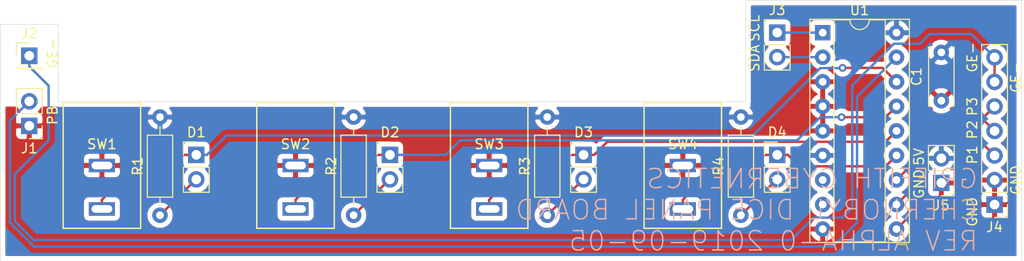
<source format=kicad_pcb>
(kicad_pcb (version 20171130) (host pcbnew "(5.1.2-1)-1")

  (general
    (thickness 1.6)
    (drawings 25)
    (tracks 103)
    (zones 0)
    (modules 19)
    (nets 18)
  )

  (page A4)
  (layers
    (0 F.Cu signal)
    (31 B.Cu signal)
    (32 B.Adhes user)
    (33 F.Adhes user)
    (34 B.Paste user)
    (35 F.Paste user)
    (36 B.SilkS user)
    (37 F.SilkS user)
    (38 B.Mask user)
    (39 F.Mask user)
    (40 Dwgs.User user)
    (41 Cmts.User user)
    (42 Eco1.User user)
    (43 Eco2.User user)
    (44 Edge.Cuts user)
    (45 Margin user)
    (46 B.CrtYd user)
    (47 F.CrtYd user)
    (48 B.Fab user)
    (49 F.Fab user hide)
  )

  (setup
    (last_trace_width 0.25)
    (trace_clearance 0.2)
    (zone_clearance 0.508)
    (zone_45_only no)
    (trace_min 0.2)
    (via_size 0.8)
    (via_drill 0.4)
    (via_min_size 0.4)
    (via_min_drill 0.3)
    (uvia_size 0.3)
    (uvia_drill 0.1)
    (uvias_allowed no)
    (uvia_min_size 0.2)
    (uvia_min_drill 0.1)
    (edge_width 0.05)
    (segment_width 0.2)
    (pcb_text_width 0.3)
    (pcb_text_size 1.5 1.5)
    (mod_edge_width 0.12)
    (mod_text_size 1 1)
    (mod_text_width 0.15)
    (pad_size 1.524 1.524)
    (pad_drill 0.762)
    (pad_to_mask_clearance 0.051)
    (solder_mask_min_width 0.25)
    (aux_axis_origin 0 0)
    (visible_elements FFFFFF7F)
    (pcbplotparams
      (layerselection 0x010fc_ffffffff)
      (usegerberextensions false)
      (usegerberattributes false)
      (usegerberadvancedattributes false)
      (creategerberjobfile false)
      (excludeedgelayer true)
      (linewidth 0.100000)
      (plotframeref false)
      (viasonmask false)
      (mode 1)
      (useauxorigin false)
      (hpglpennumber 1)
      (hpglpenspeed 20)
      (hpglpendiameter 15.000000)
      (psnegative false)
      (psa4output false)
      (plotreference true)
      (plotvalue true)
      (plotinvisibletext false)
      (padsonsilk false)
      (subtractmaskfromsilk false)
      (outputformat 1)
      (mirror false)
      (drillshape 1)
      (scaleselection 1)
      (outputdirectory ""))
  )

  (net 0 "")
  (net 1 "Net-(C1-Pad2)")
  (net 2 "Net-(C1-Pad1)")
  (net 3 "Net-(D1-Pad2)")
  (net 4 "Net-(D1-Pad1)")
  (net 5 "Net-(D2-Pad1)")
  (net 6 "Net-(D2-Pad2)")
  (net 7 "Net-(D3-Pad2)")
  (net 8 "Net-(D3-Pad1)")
  (net 9 "Net-(D4-Pad1)")
  (net 10 "Net-(D4-Pad2)")
  (net 11 "Net-(J1-Pad2)")
  (net 12 "Net-(J2-Pad1)")
  (net 13 "Net-(J3-Pad1)")
  (net 14 "Net-(J3-Pad2)")
  (net 15 "Net-(J4-Pad5)")
  (net 16 "Net-(J4-Pad4)")
  (net 17 "Net-(J4-Pad3)")

  (net_class Default "This is the default net class."
    (clearance 0.2)
    (trace_width 0.25)
    (via_dia 0.8)
    (via_drill 0.4)
    (uvia_dia 0.3)
    (uvia_drill 0.1)
    (add_net "Net-(C1-Pad1)")
    (add_net "Net-(C1-Pad2)")
    (add_net "Net-(D1-Pad1)")
    (add_net "Net-(D1-Pad2)")
    (add_net "Net-(D2-Pad1)")
    (add_net "Net-(D2-Pad2)")
    (add_net "Net-(D3-Pad1)")
    (add_net "Net-(D3-Pad2)")
    (add_net "Net-(D4-Pad1)")
    (add_net "Net-(D4-Pad2)")
    (add_net "Net-(J1-Pad2)")
    (add_net "Net-(J2-Pad1)")
    (add_net "Net-(J3-Pad1)")
    (add_net "Net-(J3-Pad2)")
    (add_net "Net-(J4-Pad3)")
    (add_net "Net-(J4-Pad4)")
    (add_net "Net-(J4-Pad5)")
  )

  (module Capacitors_THT:C_Disc_D6.0mm_W2.5mm_P5.00mm (layer F.Cu) (tedit 597BC7C2) (tstamp 5D71D9F4)
    (at 219.7 80.9 90)
    (descr "C, Disc series, Radial, pin pitch=5.00mm, , diameter*width=6*2.5mm^2, Capacitor, http://cdn-reichelt.de/documents/datenblatt/B300/DS_KERKO_TC.pdf")
    (tags "C Disc series Radial pin pitch 5.00mm  diameter 6mm width 2.5mm Capacitor")
    (path /5D71F315)
    (fp_text reference C1 (at 2.5 -2.56 90) (layer F.SilkS)
      (effects (font (size 1 1) (thickness 0.15)))
    )
    (fp_text value C_Small (at 2.5 2.56 90) (layer F.Fab)
      (effects (font (size 1 1) (thickness 0.15)))
    )
    (fp_text user %R (at 2.5 0 90) (layer F.Fab)
      (effects (font (size 1 1) (thickness 0.15)))
    )
    (fp_line (start 6.05 -1.6) (end -1.05 -1.6) (layer F.CrtYd) (width 0.05))
    (fp_line (start 6.05 1.6) (end 6.05 -1.6) (layer F.CrtYd) (width 0.05))
    (fp_line (start -1.05 1.6) (end 6.05 1.6) (layer F.CrtYd) (width 0.05))
    (fp_line (start -1.05 -1.6) (end -1.05 1.6) (layer F.CrtYd) (width 0.05))
    (fp_line (start 5.56 0.996) (end 5.56 1.31) (layer F.SilkS) (width 0.12))
    (fp_line (start 5.56 -1.31) (end 5.56 -0.996) (layer F.SilkS) (width 0.12))
    (fp_line (start -0.56 0.996) (end -0.56 1.31) (layer F.SilkS) (width 0.12))
    (fp_line (start -0.56 -1.31) (end -0.56 -0.996) (layer F.SilkS) (width 0.12))
    (fp_line (start -0.56 1.31) (end 5.56 1.31) (layer F.SilkS) (width 0.12))
    (fp_line (start -0.56 -1.31) (end 5.56 -1.31) (layer F.SilkS) (width 0.12))
    (fp_line (start 5.5 -1.25) (end -0.5 -1.25) (layer F.Fab) (width 0.1))
    (fp_line (start 5.5 1.25) (end 5.5 -1.25) (layer F.Fab) (width 0.1))
    (fp_line (start -0.5 1.25) (end 5.5 1.25) (layer F.Fab) (width 0.1))
    (fp_line (start -0.5 -1.25) (end -0.5 1.25) (layer F.Fab) (width 0.1))
    (pad 2 thru_hole circle (at 5 0 90) (size 1.6 1.6) (drill 0.8) (layers *.Cu *.Mask)
      (net 1 "Net-(C1-Pad2)"))
    (pad 1 thru_hole circle (at 0 0 90) (size 1.6 1.6) (drill 0.8) (layers *.Cu *.Mask)
      (net 2 "Net-(C1-Pad1)"))
    (model ${KISYS3DMOD}/Capacitors_THT.3dshapes/C_Disc_D6.0mm_W2.5mm_P5.00mm.wrl
      (at (xyz 0 0 0))
      (scale (xyz 1 1 1))
      (rotate (xyz 0 0 0))
    )
  )

  (module Pin_Headers:Pin_Header_Straight_1x02_Pitch2.54mm (layer F.Cu) (tedit 59650532) (tstamp 5D71DA0A)
    (at 142.75 86.5)
    (descr "Through hole straight pin header, 1x02, 2.54mm pitch, single row")
    (tags "Through hole pin header THT 1x02 2.54mm single row")
    (path /5D726AC1)
    (fp_text reference D1 (at 0 -2.33) (layer F.SilkS)
      (effects (font (size 1 1) (thickness 0.15)))
    )
    (fp_text value LED (at 0 4.87) (layer F.Fab)
      (effects (font (size 1 1) (thickness 0.15)))
    )
    (fp_text user %R (at 0 1.27 90) (layer F.Fab)
      (effects (font (size 1 1) (thickness 0.15)))
    )
    (fp_line (start 1.8 -1.8) (end -1.8 -1.8) (layer F.CrtYd) (width 0.05))
    (fp_line (start 1.8 4.35) (end 1.8 -1.8) (layer F.CrtYd) (width 0.05))
    (fp_line (start -1.8 4.35) (end 1.8 4.35) (layer F.CrtYd) (width 0.05))
    (fp_line (start -1.8 -1.8) (end -1.8 4.35) (layer F.CrtYd) (width 0.05))
    (fp_line (start -1.33 -1.33) (end 0 -1.33) (layer F.SilkS) (width 0.12))
    (fp_line (start -1.33 0) (end -1.33 -1.33) (layer F.SilkS) (width 0.12))
    (fp_line (start -1.33 1.27) (end 1.33 1.27) (layer F.SilkS) (width 0.12))
    (fp_line (start 1.33 1.27) (end 1.33 3.87) (layer F.SilkS) (width 0.12))
    (fp_line (start -1.33 1.27) (end -1.33 3.87) (layer F.SilkS) (width 0.12))
    (fp_line (start -1.33 3.87) (end 1.33 3.87) (layer F.SilkS) (width 0.12))
    (fp_line (start -1.27 -0.635) (end -0.635 -1.27) (layer F.Fab) (width 0.1))
    (fp_line (start -1.27 3.81) (end -1.27 -0.635) (layer F.Fab) (width 0.1))
    (fp_line (start 1.27 3.81) (end -1.27 3.81) (layer F.Fab) (width 0.1))
    (fp_line (start 1.27 -1.27) (end 1.27 3.81) (layer F.Fab) (width 0.1))
    (fp_line (start -0.635 -1.27) (end 1.27 -1.27) (layer F.Fab) (width 0.1))
    (pad 2 thru_hole oval (at 0 2.54) (size 1.7 1.7) (drill 1) (layers *.Cu *.Mask)
      (net 3 "Net-(D1-Pad2)"))
    (pad 1 thru_hole rect (at 0 0) (size 1.7 1.7) (drill 1) (layers *.Cu *.Mask)
      (net 4 "Net-(D1-Pad1)"))
    (model ${KISYS3DMOD}/Pin_Headers.3dshapes/Pin_Header_Straight_1x02_Pitch2.54mm.wrl
      (at (xyz 0 0 0))
      (scale (xyz 1 1 1))
      (rotate (xyz 0 0 0))
    )
  )

  (module Pin_Headers:Pin_Header_Straight_1x02_Pitch2.54mm (layer F.Cu) (tedit 59650532) (tstamp 5D71DA20)
    (at 162.75 86.5)
    (descr "Through hole straight pin header, 1x02, 2.54mm pitch, single row")
    (tags "Through hole pin header THT 1x02 2.54mm single row")
    (path /5D7260E4)
    (fp_text reference D2 (at 0 -2.33) (layer F.SilkS)
      (effects (font (size 1 1) (thickness 0.15)))
    )
    (fp_text value LED (at 0 4.87) (layer F.Fab)
      (effects (font (size 1 1) (thickness 0.15)))
    )
    (fp_line (start -0.635 -1.27) (end 1.27 -1.27) (layer F.Fab) (width 0.1))
    (fp_line (start 1.27 -1.27) (end 1.27 3.81) (layer F.Fab) (width 0.1))
    (fp_line (start 1.27 3.81) (end -1.27 3.81) (layer F.Fab) (width 0.1))
    (fp_line (start -1.27 3.81) (end -1.27 -0.635) (layer F.Fab) (width 0.1))
    (fp_line (start -1.27 -0.635) (end -0.635 -1.27) (layer F.Fab) (width 0.1))
    (fp_line (start -1.33 3.87) (end 1.33 3.87) (layer F.SilkS) (width 0.12))
    (fp_line (start -1.33 1.27) (end -1.33 3.87) (layer F.SilkS) (width 0.12))
    (fp_line (start 1.33 1.27) (end 1.33 3.87) (layer F.SilkS) (width 0.12))
    (fp_line (start -1.33 1.27) (end 1.33 1.27) (layer F.SilkS) (width 0.12))
    (fp_line (start -1.33 0) (end -1.33 -1.33) (layer F.SilkS) (width 0.12))
    (fp_line (start -1.33 -1.33) (end 0 -1.33) (layer F.SilkS) (width 0.12))
    (fp_line (start -1.8 -1.8) (end -1.8 4.35) (layer F.CrtYd) (width 0.05))
    (fp_line (start -1.8 4.35) (end 1.8 4.35) (layer F.CrtYd) (width 0.05))
    (fp_line (start 1.8 4.35) (end 1.8 -1.8) (layer F.CrtYd) (width 0.05))
    (fp_line (start 1.8 -1.8) (end -1.8 -1.8) (layer F.CrtYd) (width 0.05))
    (fp_text user %R (at 0 1.27 90) (layer F.Fab)
      (effects (font (size 1 1) (thickness 0.15)))
    )
    (pad 1 thru_hole rect (at 0 0) (size 1.7 1.7) (drill 1) (layers *.Cu *.Mask)
      (net 5 "Net-(D2-Pad1)"))
    (pad 2 thru_hole oval (at 0 2.54) (size 1.7 1.7) (drill 1) (layers *.Cu *.Mask)
      (net 6 "Net-(D2-Pad2)"))
    (model ${KISYS3DMOD}/Pin_Headers.3dshapes/Pin_Header_Straight_1x02_Pitch2.54mm.wrl
      (at (xyz 0 0 0))
      (scale (xyz 1 1 1))
      (rotate (xyz 0 0 0))
    )
  )

  (module Pin_Headers:Pin_Header_Straight_1x02_Pitch2.54mm (layer F.Cu) (tedit 59650532) (tstamp 5D71DA36)
    (at 182.75 86.5)
    (descr "Through hole straight pin header, 1x02, 2.54mm pitch, single row")
    (tags "Through hole pin header THT 1x02 2.54mm single row")
    (path /5D7255A6)
    (fp_text reference D3 (at 0 -2.33) (layer F.SilkS)
      (effects (font (size 1 1) (thickness 0.15)))
    )
    (fp_text value LED (at 0 4.87) (layer F.Fab)
      (effects (font (size 1 1) (thickness 0.15)))
    )
    (fp_text user %R (at 0 1.27 90) (layer F.Fab)
      (effects (font (size 1 1) (thickness 0.15)))
    )
    (fp_line (start 1.8 -1.8) (end -1.8 -1.8) (layer F.CrtYd) (width 0.05))
    (fp_line (start 1.8 4.35) (end 1.8 -1.8) (layer F.CrtYd) (width 0.05))
    (fp_line (start -1.8 4.35) (end 1.8 4.35) (layer F.CrtYd) (width 0.05))
    (fp_line (start -1.8 -1.8) (end -1.8 4.35) (layer F.CrtYd) (width 0.05))
    (fp_line (start -1.33 -1.33) (end 0 -1.33) (layer F.SilkS) (width 0.12))
    (fp_line (start -1.33 0) (end -1.33 -1.33) (layer F.SilkS) (width 0.12))
    (fp_line (start -1.33 1.27) (end 1.33 1.27) (layer F.SilkS) (width 0.12))
    (fp_line (start 1.33 1.27) (end 1.33 3.87) (layer F.SilkS) (width 0.12))
    (fp_line (start -1.33 1.27) (end -1.33 3.87) (layer F.SilkS) (width 0.12))
    (fp_line (start -1.33 3.87) (end 1.33 3.87) (layer F.SilkS) (width 0.12))
    (fp_line (start -1.27 -0.635) (end -0.635 -1.27) (layer F.Fab) (width 0.1))
    (fp_line (start -1.27 3.81) (end -1.27 -0.635) (layer F.Fab) (width 0.1))
    (fp_line (start 1.27 3.81) (end -1.27 3.81) (layer F.Fab) (width 0.1))
    (fp_line (start 1.27 -1.27) (end 1.27 3.81) (layer F.Fab) (width 0.1))
    (fp_line (start -0.635 -1.27) (end 1.27 -1.27) (layer F.Fab) (width 0.1))
    (pad 2 thru_hole oval (at 0 2.54) (size 1.7 1.7) (drill 1) (layers *.Cu *.Mask)
      (net 7 "Net-(D3-Pad2)"))
    (pad 1 thru_hole rect (at 0 0) (size 1.7 1.7) (drill 1) (layers *.Cu *.Mask)
      (net 8 "Net-(D3-Pad1)"))
    (model ${KISYS3DMOD}/Pin_Headers.3dshapes/Pin_Header_Straight_1x02_Pitch2.54mm.wrl
      (at (xyz 0 0 0))
      (scale (xyz 1 1 1))
      (rotate (xyz 0 0 0))
    )
  )

  (module Pin_Headers:Pin_Header_Straight_1x02_Pitch2.54mm (layer F.Cu) (tedit 59650532) (tstamp 5D71DA4C)
    (at 202.75 86.5)
    (descr "Through hole straight pin header, 1x02, 2.54mm pitch, single row")
    (tags "Through hole pin header THT 1x02 2.54mm single row")
    (path /5D7242AF)
    (fp_text reference D4 (at 0 -2.33) (layer F.SilkS)
      (effects (font (size 1 1) (thickness 0.15)))
    )
    (fp_text value LED (at 0 4.87) (layer F.Fab)
      (effects (font (size 1 1) (thickness 0.15)))
    )
    (fp_line (start -0.635 -1.27) (end 1.27 -1.27) (layer F.Fab) (width 0.1))
    (fp_line (start 1.27 -1.27) (end 1.27 3.81) (layer F.Fab) (width 0.1))
    (fp_line (start 1.27 3.81) (end -1.27 3.81) (layer F.Fab) (width 0.1))
    (fp_line (start -1.27 3.81) (end -1.27 -0.635) (layer F.Fab) (width 0.1))
    (fp_line (start -1.27 -0.635) (end -0.635 -1.27) (layer F.Fab) (width 0.1))
    (fp_line (start -1.33 3.87) (end 1.33 3.87) (layer F.SilkS) (width 0.12))
    (fp_line (start -1.33 1.27) (end -1.33 3.87) (layer F.SilkS) (width 0.12))
    (fp_line (start 1.33 1.27) (end 1.33 3.87) (layer F.SilkS) (width 0.12))
    (fp_line (start -1.33 1.27) (end 1.33 1.27) (layer F.SilkS) (width 0.12))
    (fp_line (start -1.33 0) (end -1.33 -1.33) (layer F.SilkS) (width 0.12))
    (fp_line (start -1.33 -1.33) (end 0 -1.33) (layer F.SilkS) (width 0.12))
    (fp_line (start -1.8 -1.8) (end -1.8 4.35) (layer F.CrtYd) (width 0.05))
    (fp_line (start -1.8 4.35) (end 1.8 4.35) (layer F.CrtYd) (width 0.05))
    (fp_line (start 1.8 4.35) (end 1.8 -1.8) (layer F.CrtYd) (width 0.05))
    (fp_line (start 1.8 -1.8) (end -1.8 -1.8) (layer F.CrtYd) (width 0.05))
    (fp_text user %R (at 0 1.27 90) (layer F.Fab)
      (effects (font (size 1 1) (thickness 0.15)))
    )
    (pad 1 thru_hole rect (at 0 0) (size 1.7 1.7) (drill 1) (layers *.Cu *.Mask)
      (net 9 "Net-(D4-Pad1)"))
    (pad 2 thru_hole oval (at 0 2.54) (size 1.7 1.7) (drill 1) (layers *.Cu *.Mask)
      (net 10 "Net-(D4-Pad2)"))
    (model ${KISYS3DMOD}/Pin_Headers.3dshapes/Pin_Header_Straight_1x02_Pitch2.54mm.wrl
      (at (xyz 0 0 0))
      (scale (xyz 1 1 1))
      (rotate (xyz 0 0 0))
    )
  )

  (module Pin_Headers:Pin_Header_Straight_1x02_Pitch2.54mm (layer F.Cu) (tedit 59650532) (tstamp 5D71DA62)
    (at 125.5 83.5 180)
    (descr "Through hole straight pin header, 1x02, 2.54mm pitch, single row")
    (tags "Through hole pin header THT 1x02 2.54mm single row")
    (path /5D6FF296)
    (fp_text reference J1 (at 0 -2.33) (layer F.SilkS)
      (effects (font (size 1 1) (thickness 0.15)))
    )
    (fp_text value Pushbutton (at 0 4.87) (layer F.Fab)
      (effects (font (size 1 1) (thickness 0.15)))
    )
    (fp_text user %R (at 0 1.27 90) (layer F.Fab)
      (effects (font (size 1 1) (thickness 0.15)))
    )
    (fp_line (start 1.8 -1.8) (end -1.8 -1.8) (layer F.CrtYd) (width 0.05))
    (fp_line (start 1.8 4.35) (end 1.8 -1.8) (layer F.CrtYd) (width 0.05))
    (fp_line (start -1.8 4.35) (end 1.8 4.35) (layer F.CrtYd) (width 0.05))
    (fp_line (start -1.8 -1.8) (end -1.8 4.35) (layer F.CrtYd) (width 0.05))
    (fp_line (start -1.33 -1.33) (end 0 -1.33) (layer F.SilkS) (width 0.12))
    (fp_line (start -1.33 0) (end -1.33 -1.33) (layer F.SilkS) (width 0.12))
    (fp_line (start -1.33 1.27) (end 1.33 1.27) (layer F.SilkS) (width 0.12))
    (fp_line (start 1.33 1.27) (end 1.33 3.87) (layer F.SilkS) (width 0.12))
    (fp_line (start -1.33 1.27) (end -1.33 3.87) (layer F.SilkS) (width 0.12))
    (fp_line (start -1.33 3.87) (end 1.33 3.87) (layer F.SilkS) (width 0.12))
    (fp_line (start -1.27 -0.635) (end -0.635 -1.27) (layer F.Fab) (width 0.1))
    (fp_line (start -1.27 3.81) (end -1.27 -0.635) (layer F.Fab) (width 0.1))
    (fp_line (start 1.27 3.81) (end -1.27 3.81) (layer F.Fab) (width 0.1))
    (fp_line (start 1.27 -1.27) (end 1.27 3.81) (layer F.Fab) (width 0.1))
    (fp_line (start -0.635 -1.27) (end 1.27 -1.27) (layer F.Fab) (width 0.1))
    (pad 2 thru_hole oval (at 0 2.54 180) (size 1.7 1.7) (drill 1) (layers *.Cu *.Mask)
      (net 11 "Net-(J1-Pad2)"))
    (pad 1 thru_hole rect (at 0 0 180) (size 1.7 1.7) (drill 1) (layers *.Cu *.Mask)
      (net 2 "Net-(C1-Pad1)"))
    (model ${KISYS3DMOD}/Pin_Headers.3dshapes/Pin_Header_Straight_1x02_Pitch2.54mm.wrl
      (at (xyz 0 0 0))
      (scale (xyz 1 1 1))
      (rotate (xyz 0 0 0))
    )
  )

  (module Pin_Headers:Pin_Header_Straight_1x01_Pitch2.54mm (layer F.Cu) (tedit 59650532) (tstamp 5D71E10F)
    (at 125.5 76.25)
    (descr "Through hole straight pin header, 1x01, 2.54mm pitch, single row")
    (tags "Through hole pin header THT 1x01 2.54mm single row")
    (path /5D746ADB)
    (fp_text reference J2 (at 0 -2.33) (layer F.SilkS)
      (effects (font (size 1 1) (thickness 0.15)))
    )
    (fp_text value "Geiger(-)" (at 0 2.33) (layer F.Fab)
      (effects (font (size 1 1) (thickness 0.15)))
    )
    (fp_text user %R (at 0 0 90) (layer F.Fab)
      (effects (font (size 1 1) (thickness 0.15)))
    )
    (fp_line (start 1.8 -1.8) (end -1.8 -1.8) (layer F.CrtYd) (width 0.05))
    (fp_line (start 1.8 1.8) (end 1.8 -1.8) (layer F.CrtYd) (width 0.05))
    (fp_line (start -1.8 1.8) (end 1.8 1.8) (layer F.CrtYd) (width 0.05))
    (fp_line (start -1.8 -1.8) (end -1.8 1.8) (layer F.CrtYd) (width 0.05))
    (fp_line (start -1.33 -1.33) (end 0 -1.33) (layer F.SilkS) (width 0.12))
    (fp_line (start -1.33 0) (end -1.33 -1.33) (layer F.SilkS) (width 0.12))
    (fp_line (start -1.33 1.27) (end 1.33 1.27) (layer F.SilkS) (width 0.12))
    (fp_line (start 1.33 1.27) (end 1.33 1.33) (layer F.SilkS) (width 0.12))
    (fp_line (start -1.33 1.27) (end -1.33 1.33) (layer F.SilkS) (width 0.12))
    (fp_line (start -1.33 1.33) (end 1.33 1.33) (layer F.SilkS) (width 0.12))
    (fp_line (start -1.27 -0.635) (end -0.635 -1.27) (layer F.Fab) (width 0.1))
    (fp_line (start -1.27 1.27) (end -1.27 -0.635) (layer F.Fab) (width 0.1))
    (fp_line (start 1.27 1.27) (end -1.27 1.27) (layer F.Fab) (width 0.1))
    (fp_line (start 1.27 -1.27) (end 1.27 1.27) (layer F.Fab) (width 0.1))
    (fp_line (start -0.635 -1.27) (end 1.27 -1.27) (layer F.Fab) (width 0.1))
    (pad 1 thru_hole rect (at 0 0) (size 1.7 1.7) (drill 1) (layers *.Cu *.Mask)
      (net 12 "Net-(J2-Pad1)"))
    (model ${KISYS3DMOD}/Pin_Headers.3dshapes/Pin_Header_Straight_1x01_Pitch2.54mm.wrl
      (at (xyz 0 0 0))
      (scale (xyz 1 1 1))
      (rotate (xyz 0 0 0))
    )
  )

  (module Pin_Headers:Pin_Header_Straight_1x02_Pitch2.54mm (layer F.Cu) (tedit 59650532) (tstamp 5D71DA8D)
    (at 202.75 73.85)
    (descr "Through hole straight pin header, 1x02, 2.54mm pitch, single row")
    (tags "Through hole pin header THT 1x02 2.54mm single row")
    (path /5D6FC124)
    (fp_text reference J3 (at 0 -2.33) (layer F.SilkS)
      (effects (font (size 1 1) (thickness 0.15)))
    )
    (fp_text value I2C (at 0 4.87) (layer F.Fab)
      (effects (font (size 1 1) (thickness 0.15)))
    )
    (fp_line (start -0.635 -1.27) (end 1.27 -1.27) (layer F.Fab) (width 0.1))
    (fp_line (start 1.27 -1.27) (end 1.27 3.81) (layer F.Fab) (width 0.1))
    (fp_line (start 1.27 3.81) (end -1.27 3.81) (layer F.Fab) (width 0.1))
    (fp_line (start -1.27 3.81) (end -1.27 -0.635) (layer F.Fab) (width 0.1))
    (fp_line (start -1.27 -0.635) (end -0.635 -1.27) (layer F.Fab) (width 0.1))
    (fp_line (start -1.33 3.87) (end 1.33 3.87) (layer F.SilkS) (width 0.12))
    (fp_line (start -1.33 1.27) (end -1.33 3.87) (layer F.SilkS) (width 0.12))
    (fp_line (start 1.33 1.27) (end 1.33 3.87) (layer F.SilkS) (width 0.12))
    (fp_line (start -1.33 1.27) (end 1.33 1.27) (layer F.SilkS) (width 0.12))
    (fp_line (start -1.33 0) (end -1.33 -1.33) (layer F.SilkS) (width 0.12))
    (fp_line (start -1.33 -1.33) (end 0 -1.33) (layer F.SilkS) (width 0.12))
    (fp_line (start -1.8 -1.8) (end -1.8 4.35) (layer F.CrtYd) (width 0.05))
    (fp_line (start -1.8 4.35) (end 1.8 4.35) (layer F.CrtYd) (width 0.05))
    (fp_line (start 1.8 4.35) (end 1.8 -1.8) (layer F.CrtYd) (width 0.05))
    (fp_line (start 1.8 -1.8) (end -1.8 -1.8) (layer F.CrtYd) (width 0.05))
    (fp_text user %R (at 0 1.27 90) (layer F.Fab)
      (effects (font (size 1 1) (thickness 0.15)))
    )
    (pad 1 thru_hole rect (at 0 0) (size 1.7 1.7) (drill 1) (layers *.Cu *.Mask)
      (net 13 "Net-(J3-Pad1)"))
    (pad 2 thru_hole oval (at 0 2.54) (size 1.7 1.7) (drill 1) (layers *.Cu *.Mask)
      (net 14 "Net-(J3-Pad2)"))
    (model ${KISYS3DMOD}/Pin_Headers.3dshapes/Pin_Header_Straight_1x02_Pitch2.54mm.wrl
      (at (xyz 0 0 0))
      (scale (xyz 1 1 1))
      (rotate (xyz 0 0 0))
    )
  )

  (module Pin_Headers:Pin_Header_Straight_1x07_Pitch2.54mm (layer F.Cu) (tedit 59650532) (tstamp 5D71E4A7)
    (at 225.2 91.65 180)
    (descr "Through hole straight pin header, 1x07, 2.54mm pitch, single row")
    (tags "Through hole pin header THT 1x07 2.54mm single row")
    (path /5D6FD49E)
    (fp_text reference J4 (at 0 -2.33) (layer F.SilkS)
      (effects (font (size 1 1) (thickness 0.15)))
    )
    (fp_text value Rotary (at 0 17.57) (layer F.Fab)
      (effects (font (size 1 1) (thickness 0.15)))
    )
    (fp_text user %R (at 0 7.62 90) (layer F.Fab)
      (effects (font (size 1 1) (thickness 0.15)))
    )
    (fp_line (start 1.8 -1.8) (end -1.8 -1.8) (layer F.CrtYd) (width 0.05))
    (fp_line (start 1.8 17.05) (end 1.8 -1.8) (layer F.CrtYd) (width 0.05))
    (fp_line (start -1.8 17.05) (end 1.8 17.05) (layer F.CrtYd) (width 0.05))
    (fp_line (start -1.8 -1.8) (end -1.8 17.05) (layer F.CrtYd) (width 0.05))
    (fp_line (start -1.33 -1.33) (end 0 -1.33) (layer F.SilkS) (width 0.12))
    (fp_line (start -1.33 0) (end -1.33 -1.33) (layer F.SilkS) (width 0.12))
    (fp_line (start -1.33 1.27) (end 1.33 1.27) (layer F.SilkS) (width 0.12))
    (fp_line (start 1.33 1.27) (end 1.33 16.57) (layer F.SilkS) (width 0.12))
    (fp_line (start -1.33 1.27) (end -1.33 16.57) (layer F.SilkS) (width 0.12))
    (fp_line (start -1.33 16.57) (end 1.33 16.57) (layer F.SilkS) (width 0.12))
    (fp_line (start -1.27 -0.635) (end -0.635 -1.27) (layer F.Fab) (width 0.1))
    (fp_line (start -1.27 16.51) (end -1.27 -0.635) (layer F.Fab) (width 0.1))
    (fp_line (start 1.27 16.51) (end -1.27 16.51) (layer F.Fab) (width 0.1))
    (fp_line (start 1.27 -1.27) (end 1.27 16.51) (layer F.Fab) (width 0.1))
    (fp_line (start -0.635 -1.27) (end 1.27 -1.27) (layer F.Fab) (width 0.1))
    (pad 7 thru_hole oval (at 0 15.24 180) (size 1.7 1.7) (drill 1) (layers *.Cu *.Mask)
      (net 12 "Net-(J2-Pad1)"))
    (pad 6 thru_hole oval (at 0 12.7 180) (size 1.7 1.7) (drill 1) (layers *.Cu *.Mask)
      (net 12 "Net-(J2-Pad1)"))
    (pad 5 thru_hole oval (at 0 10.16 180) (size 1.7 1.7) (drill 1) (layers *.Cu *.Mask)
      (net 15 "Net-(J4-Pad5)"))
    (pad 4 thru_hole oval (at 0 7.62 180) (size 1.7 1.7) (drill 1) (layers *.Cu *.Mask)
      (net 16 "Net-(J4-Pad4)"))
    (pad 3 thru_hole oval (at 0 5.08 180) (size 1.7 1.7) (drill 1) (layers *.Cu *.Mask)
      (net 17 "Net-(J4-Pad3)"))
    (pad 2 thru_hole oval (at 0 2.54 180) (size 1.7 1.7) (drill 1) (layers *.Cu *.Mask)
      (net 2 "Net-(C1-Pad1)"))
    (pad 1 thru_hole rect (at 0 0 180) (size 1.7 1.7) (drill 1) (layers *.Cu *.Mask)
      (net 2 "Net-(C1-Pad1)"))
    (model ${KISYS3DMOD}/Pin_Headers.3dshapes/Pin_Header_Straight_1x07_Pitch2.54mm.wrl
      (at (xyz 0 0 0))
      (scale (xyz 1 1 1))
      (rotate (xyz 0 0 0))
    )
  )

  (module Pin_Headers:Pin_Header_Straight_1x02_Pitch2.54mm (layer F.Cu) (tedit 59650532) (tstamp 5D71DABE)
    (at 219.7 89.4 180)
    (descr "Through hole straight pin header, 1x02, 2.54mm pitch, single row")
    (tags "Through hole pin header THT 1x02 2.54mm single row")
    (path /5D6FA8A7)
    (fp_text reference J5 (at 0 -2.33) (layer F.SilkS)
      (effects (font (size 1 1) (thickness 0.15)))
    )
    (fp_text value Power (at 0 4.87) (layer F.Fab)
      (effects (font (size 1 1) (thickness 0.15)))
    )
    (fp_text user %R (at 0 1.27 90) (layer F.Fab)
      (effects (font (size 1 1) (thickness 0.15)))
    )
    (fp_line (start 1.8 -1.8) (end -1.8 -1.8) (layer F.CrtYd) (width 0.05))
    (fp_line (start 1.8 4.35) (end 1.8 -1.8) (layer F.CrtYd) (width 0.05))
    (fp_line (start -1.8 4.35) (end 1.8 4.35) (layer F.CrtYd) (width 0.05))
    (fp_line (start -1.8 -1.8) (end -1.8 4.35) (layer F.CrtYd) (width 0.05))
    (fp_line (start -1.33 -1.33) (end 0 -1.33) (layer F.SilkS) (width 0.12))
    (fp_line (start -1.33 0) (end -1.33 -1.33) (layer F.SilkS) (width 0.12))
    (fp_line (start -1.33 1.27) (end 1.33 1.27) (layer F.SilkS) (width 0.12))
    (fp_line (start 1.33 1.27) (end 1.33 3.87) (layer F.SilkS) (width 0.12))
    (fp_line (start -1.33 1.27) (end -1.33 3.87) (layer F.SilkS) (width 0.12))
    (fp_line (start -1.33 3.87) (end 1.33 3.87) (layer F.SilkS) (width 0.12))
    (fp_line (start -1.27 -0.635) (end -0.635 -1.27) (layer F.Fab) (width 0.1))
    (fp_line (start -1.27 3.81) (end -1.27 -0.635) (layer F.Fab) (width 0.1))
    (fp_line (start 1.27 3.81) (end -1.27 3.81) (layer F.Fab) (width 0.1))
    (fp_line (start 1.27 -1.27) (end 1.27 3.81) (layer F.Fab) (width 0.1))
    (fp_line (start -0.635 -1.27) (end 1.27 -1.27) (layer F.Fab) (width 0.1))
    (pad 2 thru_hole oval (at 0 2.54 180) (size 1.7 1.7) (drill 1) (layers *.Cu *.Mask)
      (net 1 "Net-(C1-Pad2)"))
    (pad 1 thru_hole rect (at 0 0 180) (size 1.7 1.7) (drill 1) (layers *.Cu *.Mask)
      (net 2 "Net-(C1-Pad1)"))
    (model ${KISYS3DMOD}/Pin_Headers.3dshapes/Pin_Header_Straight_1x02_Pitch2.54mm.wrl
      (at (xyz 0 0 0))
      (scale (xyz 1 1 1))
      (rotate (xyz 0 0 0))
    )
  )

  (module Resistors_THT:R_Axial_DIN0207_L6.3mm_D2.5mm_P10.16mm_Horizontal (layer F.Cu) (tedit 5874F706) (tstamp 5D71DAD4)
    (at 139 92.75 90)
    (descr "Resistor, Axial_DIN0207 series, Axial, Horizontal, pin pitch=10.16mm, 0.25W = 1/4W, length*diameter=6.3*2.5mm^2, http://cdn-reichelt.de/documents/datenblatt/B400/1_4W%23YAG.pdf")
    (tags "Resistor Axial_DIN0207 series Axial Horizontal pin pitch 10.16mm 0.25W = 1/4W length 6.3mm diameter 2.5mm")
    (path /5D7231BE)
    (fp_text reference R1 (at 5.08 -2.31 90) (layer F.SilkS)
      (effects (font (size 1 1) (thickness 0.15)))
    )
    (fp_text value R_Small (at 5.08 2.31 90) (layer F.Fab)
      (effects (font (size 1 1) (thickness 0.15)))
    )
    (fp_line (start 1.93 -1.25) (end 1.93 1.25) (layer F.Fab) (width 0.1))
    (fp_line (start 1.93 1.25) (end 8.23 1.25) (layer F.Fab) (width 0.1))
    (fp_line (start 8.23 1.25) (end 8.23 -1.25) (layer F.Fab) (width 0.1))
    (fp_line (start 8.23 -1.25) (end 1.93 -1.25) (layer F.Fab) (width 0.1))
    (fp_line (start 0 0) (end 1.93 0) (layer F.Fab) (width 0.1))
    (fp_line (start 10.16 0) (end 8.23 0) (layer F.Fab) (width 0.1))
    (fp_line (start 1.87 -1.31) (end 1.87 1.31) (layer F.SilkS) (width 0.12))
    (fp_line (start 1.87 1.31) (end 8.29 1.31) (layer F.SilkS) (width 0.12))
    (fp_line (start 8.29 1.31) (end 8.29 -1.31) (layer F.SilkS) (width 0.12))
    (fp_line (start 8.29 -1.31) (end 1.87 -1.31) (layer F.SilkS) (width 0.12))
    (fp_line (start 0.98 0) (end 1.87 0) (layer F.SilkS) (width 0.12))
    (fp_line (start 9.18 0) (end 8.29 0) (layer F.SilkS) (width 0.12))
    (fp_line (start -1.05 -1.6) (end -1.05 1.6) (layer F.CrtYd) (width 0.05))
    (fp_line (start -1.05 1.6) (end 11.25 1.6) (layer F.CrtYd) (width 0.05))
    (fp_line (start 11.25 1.6) (end 11.25 -1.6) (layer F.CrtYd) (width 0.05))
    (fp_line (start 11.25 -1.6) (end -1.05 -1.6) (layer F.CrtYd) (width 0.05))
    (pad 1 thru_hole circle (at 0 0 90) (size 1.6 1.6) (drill 0.8) (layers *.Cu *.Mask)
      (net 3 "Net-(D1-Pad2)"))
    (pad 2 thru_hole oval (at 10.16 0 90) (size 1.6 1.6) (drill 0.8) (layers *.Cu *.Mask)
      (net 1 "Net-(C1-Pad2)"))
    (model ${KISYS3DMOD}/Resistors_THT.3dshapes/R_Axial_DIN0207_L6.3mm_D2.5mm_P10.16mm_Horizontal.wrl
      (at (xyz 0 0 0))
      (scale (xyz 0.393701 0.393701 0.393701))
      (rotate (xyz 0 0 0))
    )
  )

  (module Resistors_THT:R_Axial_DIN0207_L6.3mm_D2.5mm_P10.16mm_Horizontal (layer F.Cu) (tedit 5874F706) (tstamp 5D71ECEC)
    (at 159 92.75 90)
    (descr "Resistor, Axial_DIN0207 series, Axial, Horizontal, pin pitch=10.16mm, 0.25W = 1/4W, length*diameter=6.3*2.5mm^2, http://cdn-reichelt.de/documents/datenblatt/B400/1_4W%23YAG.pdf")
    (tags "Resistor Axial_DIN0207 series Axial Horizontal pin pitch 10.16mm 0.25W = 1/4W length 6.3mm diameter 2.5mm")
    (path /5D722A34)
    (fp_text reference R2 (at 5.08 -2.31 90) (layer F.SilkS)
      (effects (font (size 1 1) (thickness 0.15)))
    )
    (fp_text value R_Small (at 5.08 2.31 90) (layer F.Fab)
      (effects (font (size 1 1) (thickness 0.15)))
    )
    (fp_line (start 11.25 -1.6) (end -1.05 -1.6) (layer F.CrtYd) (width 0.05))
    (fp_line (start 11.25 1.6) (end 11.25 -1.6) (layer F.CrtYd) (width 0.05))
    (fp_line (start -1.05 1.6) (end 11.25 1.6) (layer F.CrtYd) (width 0.05))
    (fp_line (start -1.05 -1.6) (end -1.05 1.6) (layer F.CrtYd) (width 0.05))
    (fp_line (start 9.18 0) (end 8.29 0) (layer F.SilkS) (width 0.12))
    (fp_line (start 0.98 0) (end 1.87 0) (layer F.SilkS) (width 0.12))
    (fp_line (start 8.29 -1.31) (end 1.87 -1.31) (layer F.SilkS) (width 0.12))
    (fp_line (start 8.29 1.31) (end 8.29 -1.31) (layer F.SilkS) (width 0.12))
    (fp_line (start 1.87 1.31) (end 8.29 1.31) (layer F.SilkS) (width 0.12))
    (fp_line (start 1.87 -1.31) (end 1.87 1.31) (layer F.SilkS) (width 0.12))
    (fp_line (start 10.16 0) (end 8.23 0) (layer F.Fab) (width 0.1))
    (fp_line (start 0 0) (end 1.93 0) (layer F.Fab) (width 0.1))
    (fp_line (start 8.23 -1.25) (end 1.93 -1.25) (layer F.Fab) (width 0.1))
    (fp_line (start 8.23 1.25) (end 8.23 -1.25) (layer F.Fab) (width 0.1))
    (fp_line (start 1.93 1.25) (end 8.23 1.25) (layer F.Fab) (width 0.1))
    (fp_line (start 1.93 -1.25) (end 1.93 1.25) (layer F.Fab) (width 0.1))
    (pad 2 thru_hole oval (at 10.16 0 90) (size 1.6 1.6) (drill 0.8) (layers *.Cu *.Mask)
      (net 1 "Net-(C1-Pad2)"))
    (pad 1 thru_hole circle (at 0 0 90) (size 1.6 1.6) (drill 0.8) (layers *.Cu *.Mask)
      (net 6 "Net-(D2-Pad2)"))
    (model ${KISYS3DMOD}/Resistors_THT.3dshapes/R_Axial_DIN0207_L6.3mm_D2.5mm_P10.16mm_Horizontal.wrl
      (at (xyz 0 0 0))
      (scale (xyz 0.393701 0.393701 0.393701))
      (rotate (xyz 0 0 0))
    )
  )

  (module Resistors_THT:R_Axial_DIN0207_L6.3mm_D2.5mm_P10.16mm_Horizontal (layer F.Cu) (tedit 5874F706) (tstamp 5D71DB00)
    (at 179 92.75 90)
    (descr "Resistor, Axial_DIN0207 series, Axial, Horizontal, pin pitch=10.16mm, 0.25W = 1/4W, length*diameter=6.3*2.5mm^2, http://cdn-reichelt.de/documents/datenblatt/B400/1_4W%23YAG.pdf")
    (tags "Resistor Axial_DIN0207 series Axial Horizontal pin pitch 10.16mm 0.25W = 1/4W length 6.3mm diameter 2.5mm")
    (path /5D721FDB)
    (fp_text reference R3 (at 5.08 -2.31 90) (layer F.SilkS)
      (effects (font (size 1 1) (thickness 0.15)))
    )
    (fp_text value R_Small (at 5.08 2.31 90) (layer F.Fab)
      (effects (font (size 1 1) (thickness 0.15)))
    )
    (fp_line (start 1.93 -1.25) (end 1.93 1.25) (layer F.Fab) (width 0.1))
    (fp_line (start 1.93 1.25) (end 8.23 1.25) (layer F.Fab) (width 0.1))
    (fp_line (start 8.23 1.25) (end 8.23 -1.25) (layer F.Fab) (width 0.1))
    (fp_line (start 8.23 -1.25) (end 1.93 -1.25) (layer F.Fab) (width 0.1))
    (fp_line (start 0 0) (end 1.93 0) (layer F.Fab) (width 0.1))
    (fp_line (start 10.16 0) (end 8.23 0) (layer F.Fab) (width 0.1))
    (fp_line (start 1.87 -1.31) (end 1.87 1.31) (layer F.SilkS) (width 0.12))
    (fp_line (start 1.87 1.31) (end 8.29 1.31) (layer F.SilkS) (width 0.12))
    (fp_line (start 8.29 1.31) (end 8.29 -1.31) (layer F.SilkS) (width 0.12))
    (fp_line (start 8.29 -1.31) (end 1.87 -1.31) (layer F.SilkS) (width 0.12))
    (fp_line (start 0.98 0) (end 1.87 0) (layer F.SilkS) (width 0.12))
    (fp_line (start 9.18 0) (end 8.29 0) (layer F.SilkS) (width 0.12))
    (fp_line (start -1.05 -1.6) (end -1.05 1.6) (layer F.CrtYd) (width 0.05))
    (fp_line (start -1.05 1.6) (end 11.25 1.6) (layer F.CrtYd) (width 0.05))
    (fp_line (start 11.25 1.6) (end 11.25 -1.6) (layer F.CrtYd) (width 0.05))
    (fp_line (start 11.25 -1.6) (end -1.05 -1.6) (layer F.CrtYd) (width 0.05))
    (pad 1 thru_hole circle (at 0 0 90) (size 1.6 1.6) (drill 0.8) (layers *.Cu *.Mask)
      (net 7 "Net-(D3-Pad2)"))
    (pad 2 thru_hole oval (at 10.16 0 90) (size 1.6 1.6) (drill 0.8) (layers *.Cu *.Mask)
      (net 1 "Net-(C1-Pad2)"))
    (model ${KISYS3DMOD}/Resistors_THT.3dshapes/R_Axial_DIN0207_L6.3mm_D2.5mm_P10.16mm_Horizontal.wrl
      (at (xyz 0 0 0))
      (scale (xyz 0.393701 0.393701 0.393701))
      (rotate (xyz 0 0 0))
    )
  )

  (module Resistors_THT:R_Axial_DIN0207_L6.3mm_D2.5mm_P10.16mm_Horizontal (layer F.Cu) (tedit 5874F706) (tstamp 5D71F182)
    (at 199 92.75 90)
    (descr "Resistor, Axial_DIN0207 series, Axial, Horizontal, pin pitch=10.16mm, 0.25W = 1/4W, length*diameter=6.3*2.5mm^2, http://cdn-reichelt.de/documents/datenblatt/B400/1_4W%23YAG.pdf")
    (tags "Resistor Axial_DIN0207 series Axial Horizontal pin pitch 10.16mm 0.25W = 1/4W length 6.3mm diameter 2.5mm")
    (path /5D7212DD)
    (fp_text reference R4 (at 5.08 -2.31 90) (layer F.SilkS)
      (effects (font (size 1 1) (thickness 0.15)))
    )
    (fp_text value R_Small (at 5.08 2.31 90) (layer F.Fab)
      (effects (font (size 1 1) (thickness 0.15)))
    )
    (fp_line (start 11.25 -1.6) (end -1.05 -1.6) (layer F.CrtYd) (width 0.05))
    (fp_line (start 11.25 1.6) (end 11.25 -1.6) (layer F.CrtYd) (width 0.05))
    (fp_line (start -1.05 1.6) (end 11.25 1.6) (layer F.CrtYd) (width 0.05))
    (fp_line (start -1.05 -1.6) (end -1.05 1.6) (layer F.CrtYd) (width 0.05))
    (fp_line (start 9.18 0) (end 8.29 0) (layer F.SilkS) (width 0.12))
    (fp_line (start 0.98 0) (end 1.87 0) (layer F.SilkS) (width 0.12))
    (fp_line (start 8.29 -1.31) (end 1.87 -1.31) (layer F.SilkS) (width 0.12))
    (fp_line (start 8.29 1.31) (end 8.29 -1.31) (layer F.SilkS) (width 0.12))
    (fp_line (start 1.87 1.31) (end 8.29 1.31) (layer F.SilkS) (width 0.12))
    (fp_line (start 1.87 -1.31) (end 1.87 1.31) (layer F.SilkS) (width 0.12))
    (fp_line (start 10.16 0) (end 8.23 0) (layer F.Fab) (width 0.1))
    (fp_line (start 0 0) (end 1.93 0) (layer F.Fab) (width 0.1))
    (fp_line (start 8.23 -1.25) (end 1.93 -1.25) (layer F.Fab) (width 0.1))
    (fp_line (start 8.23 1.25) (end 8.23 -1.25) (layer F.Fab) (width 0.1))
    (fp_line (start 1.93 1.25) (end 8.23 1.25) (layer F.Fab) (width 0.1))
    (fp_line (start 1.93 -1.25) (end 1.93 1.25) (layer F.Fab) (width 0.1))
    (pad 2 thru_hole oval (at 10.16 0 90) (size 1.6 1.6) (drill 0.8) (layers *.Cu *.Mask)
      (net 1 "Net-(C1-Pad2)"))
    (pad 1 thru_hole circle (at 0 0 90) (size 1.6 1.6) (drill 0.8) (layers *.Cu *.Mask)
      (net 10 "Net-(D4-Pad2)"))
    (model ${KISYS3DMOD}/Resistors_THT.3dshapes/R_Axial_DIN0207_L6.3mm_D2.5mm_P10.16mm_Horizontal.wrl
      (at (xyz 0 0 0))
      (scale (xyz 0.393701 0.393701 0.393701))
      (rotate (xyz 0 0 0))
    )
  )

  (module panel_board:ToggleSW (layer F.Cu) (tedit 5D71CFA6) (tstamp 5D71E18A)
    (at 133 87.6)
    (path /5D706D5E)
    (fp_text reference SW1 (at 0 -2.2) (layer F.SilkS)
      (effects (font (size 1 1) (thickness 0.15)))
    )
    (fp_text value SW_SPST (at 0 -5) (layer F.Fab)
      (effects (font (size 1 1) (thickness 0.15)))
    )
    (fp_line (start -4 6.5) (end -4 0) (layer F.SilkS) (width 0.15))
    (fp_line (start 4 6.5) (end -4 6.5) (layer F.SilkS) (width 0.15))
    (fp_line (start 4 -6.5) (end 4 6.5) (layer F.SilkS) (width 0.15))
    (fp_line (start -4 -6.5) (end 4 -6.5) (layer F.SilkS) (width 0.15))
    (fp_line (start -4 0) (end -4 -6.5) (layer F.SilkS) (width 0.15))
    (pad 2 thru_hole rect (at 0 4.5) (size 2.7 1.4) (drill oval 2.15 0.8) (layers *.Cu *.Mask)
      (net 4 "Net-(D1-Pad1)"))
    (pad 1 thru_hole rect (at 0 0) (size 2.7 1.4) (drill oval 2.15 0.8) (layers *.Cu *.Mask)
      (net 2 "Net-(C1-Pad1)"))
  )

  (module panel_board:ToggleSW (layer F.Cu) (tedit 5D71CFA6) (tstamp 5D71DB2C)
    (at 153 87.601001)
    (path /5D7072E6)
    (fp_text reference SW2 (at 0 -2.2) (layer F.SilkS)
      (effects (font (size 1 1) (thickness 0.15)))
    )
    (fp_text value SW_SPST (at 0 -5) (layer F.Fab)
      (effects (font (size 1 1) (thickness 0.15)))
    )
    (fp_line (start -4 0) (end -4 -6.5) (layer F.SilkS) (width 0.15))
    (fp_line (start -4 -6.5) (end 4 -6.5) (layer F.SilkS) (width 0.15))
    (fp_line (start 4 -6.5) (end 4 6.5) (layer F.SilkS) (width 0.15))
    (fp_line (start 4 6.5) (end -4 6.5) (layer F.SilkS) (width 0.15))
    (fp_line (start -4 6.5) (end -4 0) (layer F.SilkS) (width 0.15))
    (pad 1 thru_hole rect (at 0 0) (size 2.7 1.4) (drill oval 2.15 0.8) (layers *.Cu *.Mask)
      (net 2 "Net-(C1-Pad1)"))
    (pad 2 thru_hole rect (at 0 4.5) (size 2.7 1.4) (drill oval 2.15 0.8) (layers *.Cu *.Mask)
      (net 5 "Net-(D2-Pad1)"))
  )

  (module panel_board:ToggleSW (layer F.Cu) (tedit 5D71CFA6) (tstamp 5D71DB37)
    (at 173 87.6)
    (path /5D7067D1)
    (fp_text reference SW3 (at 0 -2.2) (layer F.SilkS)
      (effects (font (size 1 1) (thickness 0.15)))
    )
    (fp_text value SW_SPST (at 0 -5) (layer F.Fab)
      (effects (font (size 1 1) (thickness 0.15)))
    )
    (fp_line (start -4 0) (end -4 -6.5) (layer F.SilkS) (width 0.15))
    (fp_line (start -4 -6.5) (end 4 -6.5) (layer F.SilkS) (width 0.15))
    (fp_line (start 4 -6.5) (end 4 6.5) (layer F.SilkS) (width 0.15))
    (fp_line (start 4 6.5) (end -4 6.5) (layer F.SilkS) (width 0.15))
    (fp_line (start -4 6.5) (end -4 0) (layer F.SilkS) (width 0.15))
    (pad 1 thru_hole rect (at 0 0) (size 2.7 1.4) (drill oval 2.15 0.8) (layers *.Cu *.Mask)
      (net 2 "Net-(C1-Pad1)"))
    (pad 2 thru_hole rect (at 0 4.5) (size 2.7 1.4) (drill oval 2.15 0.8) (layers *.Cu *.Mask)
      (net 8 "Net-(D3-Pad1)"))
  )

  (module panel_board:ToggleSW (layer F.Cu) (tedit 5D71CFA6) (tstamp 5D71DB42)
    (at 193 87.6)
    (path /5D705DA8)
    (fp_text reference SW4 (at 0 -2.2) (layer F.SilkS)
      (effects (font (size 1 1) (thickness 0.15)))
    )
    (fp_text value SW_SPST (at 0 -5) (layer F.Fab)
      (effects (font (size 1 1) (thickness 0.15)))
    )
    (fp_line (start -4 6.5) (end -4 0) (layer F.SilkS) (width 0.15))
    (fp_line (start 4 6.5) (end -4 6.5) (layer F.SilkS) (width 0.15))
    (fp_line (start 4 -6.5) (end 4 6.5) (layer F.SilkS) (width 0.15))
    (fp_line (start -4 -6.5) (end 4 -6.5) (layer F.SilkS) (width 0.15))
    (fp_line (start -4 0) (end -4 -6.5) (layer F.SilkS) (width 0.15))
    (pad 2 thru_hole rect (at 0 4.5) (size 2.7 1.4) (drill oval 2.15 0.8) (layers *.Cu *.Mask)
      (net 9 "Net-(D4-Pad1)"))
    (pad 1 thru_hole rect (at 0 0) (size 2.7 1.4) (drill oval 2.15 0.8) (layers *.Cu *.Mask)
      (net 2 "Net-(C1-Pad1)"))
  )

  (module Housings_DIP:DIP-18_W7.62mm_Socket (layer F.Cu) (tedit 59C78D6B) (tstamp 5D71DB70)
    (at 207.45 73.86)
    (descr "18-lead though-hole mounted DIP package, row spacing 7.62 mm (300 mils), Socket")
    (tags "THT DIP DIL PDIP 2.54mm 7.62mm 300mil Socket")
    (path /5D6F868F)
    (fp_text reference U1 (at 3.81 -2.33) (layer F.SilkS)
      (effects (font (size 1 1) (thickness 0.15)))
    )
    (fp_text value MCP23008 (at 3.81 22.65) (layer F.Fab)
      (effects (font (size 1 1) (thickness 0.15)))
    )
    (fp_text user %R (at 3.81 10.16) (layer F.Fab)
      (effects (font (size 1 1) (thickness 0.15)))
    )
    (fp_line (start 9.15 -1.6) (end -1.55 -1.6) (layer F.CrtYd) (width 0.05))
    (fp_line (start 9.15 21.9) (end 9.15 -1.6) (layer F.CrtYd) (width 0.05))
    (fp_line (start -1.55 21.9) (end 9.15 21.9) (layer F.CrtYd) (width 0.05))
    (fp_line (start -1.55 -1.6) (end -1.55 21.9) (layer F.CrtYd) (width 0.05))
    (fp_line (start 8.95 -1.39) (end -1.33 -1.39) (layer F.SilkS) (width 0.12))
    (fp_line (start 8.95 21.71) (end 8.95 -1.39) (layer F.SilkS) (width 0.12))
    (fp_line (start -1.33 21.71) (end 8.95 21.71) (layer F.SilkS) (width 0.12))
    (fp_line (start -1.33 -1.39) (end -1.33 21.71) (layer F.SilkS) (width 0.12))
    (fp_line (start 6.46 -1.33) (end 4.81 -1.33) (layer F.SilkS) (width 0.12))
    (fp_line (start 6.46 21.65) (end 6.46 -1.33) (layer F.SilkS) (width 0.12))
    (fp_line (start 1.16 21.65) (end 6.46 21.65) (layer F.SilkS) (width 0.12))
    (fp_line (start 1.16 -1.33) (end 1.16 21.65) (layer F.SilkS) (width 0.12))
    (fp_line (start 2.81 -1.33) (end 1.16 -1.33) (layer F.SilkS) (width 0.12))
    (fp_line (start 8.89 -1.33) (end -1.27 -1.33) (layer F.Fab) (width 0.1))
    (fp_line (start 8.89 21.65) (end 8.89 -1.33) (layer F.Fab) (width 0.1))
    (fp_line (start -1.27 21.65) (end 8.89 21.65) (layer F.Fab) (width 0.1))
    (fp_line (start -1.27 -1.33) (end -1.27 21.65) (layer F.Fab) (width 0.1))
    (fp_line (start 0.635 -0.27) (end 1.635 -1.27) (layer F.Fab) (width 0.1))
    (fp_line (start 0.635 21.59) (end 0.635 -0.27) (layer F.Fab) (width 0.1))
    (fp_line (start 6.985 21.59) (end 0.635 21.59) (layer F.Fab) (width 0.1))
    (fp_line (start 6.985 -1.27) (end 6.985 21.59) (layer F.Fab) (width 0.1))
    (fp_line (start 1.635 -1.27) (end 6.985 -1.27) (layer F.Fab) (width 0.1))
    (fp_arc (start 3.81 -1.33) (end 2.81 -1.33) (angle -180) (layer F.SilkS) (width 0.12))
    (pad 18 thru_hole oval (at 7.62 0) (size 1.6 1.6) (drill 0.8) (layers *.Cu *.Mask)
      (net 1 "Net-(C1-Pad2)"))
    (pad 9 thru_hole oval (at 0 20.32) (size 1.6 1.6) (drill 0.8) (layers *.Cu *.Mask)
      (net 2 "Net-(C1-Pad1)"))
    (pad 17 thru_hole oval (at 7.62 2.54) (size 1.6 1.6) (drill 0.8) (layers *.Cu *.Mask)
      (net 11 "Net-(J1-Pad2)"))
    (pad 8 thru_hole oval (at 0 17.78) (size 1.6 1.6) (drill 0.8) (layers *.Cu *.Mask))
    (pad 16 thru_hole oval (at 7.62 5.08) (size 1.6 1.6) (drill 0.8) (layers *.Cu *.Mask)
      (net 4 "Net-(D1-Pad1)"))
    (pad 7 thru_hole oval (at 0 15.24) (size 1.6 1.6) (drill 0.8) (layers *.Cu *.Mask))
    (pad 15 thru_hole oval (at 7.62 7.62) (size 1.6 1.6) (drill 0.8) (layers *.Cu *.Mask)
      (net 5 "Net-(D2-Pad1)"))
    (pad 6 thru_hole oval (at 0 12.7) (size 1.6 1.6) (drill 0.8) (layers *.Cu *.Mask)
      (net 1 "Net-(C1-Pad2)"))
    (pad 14 thru_hole oval (at 7.62 10.16) (size 1.6 1.6) (drill 0.8) (layers *.Cu *.Mask)
      (net 8 "Net-(D3-Pad1)"))
    (pad 5 thru_hole oval (at 0 10.16) (size 1.6 1.6) (drill 0.8) (layers *.Cu *.Mask)
      (net 2 "Net-(C1-Pad1)"))
    (pad 13 thru_hole oval (at 7.62 12.7) (size 1.6 1.6) (drill 0.8) (layers *.Cu *.Mask)
      (net 9 "Net-(D4-Pad1)"))
    (pad 4 thru_hole oval (at 0 7.62) (size 1.6 1.6) (drill 0.8) (layers *.Cu *.Mask)
      (net 2 "Net-(C1-Pad1)"))
    (pad 12 thru_hole oval (at 7.62 15.24) (size 1.6 1.6) (drill 0.8) (layers *.Cu *.Mask)
      (net 15 "Net-(J4-Pad5)"))
    (pad 3 thru_hole oval (at 0 5.08) (size 1.6 1.6) (drill 0.8) (layers *.Cu *.Mask)
      (net 2 "Net-(C1-Pad1)"))
    (pad 11 thru_hole oval (at 7.62 17.78) (size 1.6 1.6) (drill 0.8) (layers *.Cu *.Mask)
      (net 16 "Net-(J4-Pad4)"))
    (pad 2 thru_hole oval (at 0 2.54) (size 1.6 1.6) (drill 0.8) (layers *.Cu *.Mask)
      (net 14 "Net-(J3-Pad2)"))
    (pad 10 thru_hole oval (at 7.62 20.32) (size 1.6 1.6) (drill 0.8) (layers *.Cu *.Mask)
      (net 17 "Net-(J4-Pad3)"))
    (pad 1 thru_hole rect (at 0 0) (size 1.6 1.6) (drill 0.8) (layers *.Cu *.Mask)
      (net 13 "Net-(J3-Pad1)"))
    (model ${KISYS3DMOD}/Housings_DIP.3dshapes/DIP-18_W7.62mm_Socket.wrl
      (at (xyz 0 0 0))
      (scale (xyz 1 1 1))
      (rotate (xyz 0 0 0))
    )
  )

  (gr_text "GRIFFITH CYBERNETICS\nCHERNOBYL DICE PANEL BOARD\nREV ALPHA-0 2019-09-05" (at 223.6 92.2) (layer B.SilkS)
    (effects (font (size 2 2) (thickness 0.15)) (justify left mirror))
  )
  (gr_text GE- (at 222.9 76.4 90) (layer F.SilkS)
    (effects (font (size 1 1) (thickness 0.15)))
  )
  (gr_text GE- (at 227.4 78.5 90) (layer F.SilkS)
    (effects (font (size 1 1) (thickness 0.15)))
  )
  (gr_text P3 (at 222.9 81.5 90) (layer F.SilkS)
    (effects (font (size 1 1) (thickness 0.15)))
  )
  (gr_text P2 (at 222.9 83.9 90) (layer F.SilkS)
    (effects (font (size 1 1) (thickness 0.15)))
  )
  (gr_text P1 (at 222.9 86.5 90) (layer F.SilkS)
    (effects (font (size 1 1) (thickness 0.15)))
  )
  (gr_text GND (at 227.4 89.1 90) (layer F.SilkS)
    (effects (font (size 1 1) (thickness 0.15)))
  )
  (gr_text GND (at 222.9 92.4 90) (layer F.SilkS)
    (effects (font (size 1 1) (thickness 0.15)))
  )
  (gr_text 5V (at 217.4 86.7 90) (layer F.SilkS)
    (effects (font (size 1 1) (thickness 0.15)))
  )
  (gr_text GND (at 217.4 89.5 90) (layer F.SilkS)
    (effects (font (size 1 1) (thickness 0.15)))
  )
  (gr_text SDA (at 200.4 76.5 90) (layer F.SilkS)
    (effects (font (size 1 1) (thickness 0.15)))
  )
  (gr_text SCL (at 200.4 73.4 90) (layer F.SilkS)
    (effects (font (size 1 1) (thickness 0.15)))
  )
  (gr_text PB (at 127.9 82.4 90) (layer F.SilkS)
    (effects (font (size 1 1) (thickness 0.15)))
  )
  (gr_text GE- (at 127.9 76 90) (layer F.SilkS) (tstamp 5D71F81F)
    (effects (font (size 1 1) (thickness 0.15)))
  )
  (gr_line (start 122.5 97.5) (end 131.5 97.5) (layer Edge.Cuts) (width 0.05) (tstamp 5D71F4A7))
  (gr_line (start 122.5 73) (end 122.5 97.5) (layer Edge.Cuts) (width 0.05))
  (gr_line (start 123 73) (end 122.5 73) (layer Edge.Cuts) (width 0.05))
  (gr_line (start 228 97.5) (end 131.5 97.5) (layer Edge.Cuts) (width 0.05))
  (gr_line (start 228 96.5) (end 228 97.5) (layer Edge.Cuts) (width 0.05))
  (gr_line (start 228 70.5) (end 228 96.5) (layer Edge.Cuts) (width 0.05))
  (gr_line (start 199.5 70.5) (end 228 70.5) (layer Edge.Cuts) (width 0.05))
  (gr_line (start 199.5 81) (end 199.5 70.5) (layer Edge.Cuts) (width 0.05))
  (gr_line (start 128.5 81) (end 199.5 81) (layer Edge.Cuts) (width 0.05))
  (gr_line (start 128.5 73) (end 128.5 81) (layer Edge.Cuts) (width 0.05))
  (gr_line (start 123 73) (end 128.5 73) (layer Edge.Cuts) (width 0.05))

  (segment (start 142.71 89.04) (end 142.75 89.04) (width 0.25) (layer F.Cu) (net 3))
  (segment (start 139 92.75) (end 142.71 89.04) (width 0.25) (layer F.Cu) (net 3))
  (segment (start 141.65 86.5) (end 142.75 86.5) (width 0.25) (layer F.Cu) (net 4))
  (segment (start 137.65 86.5) (end 141.65 86.5) (width 0.25) (layer F.Cu) (net 4))
  (segment (start 133 91.15) (end 137.65 86.5) (width 0.25) (layer F.Cu) (net 4))
  (segment (start 133 92.1) (end 133 91.15) (width 0.25) (layer F.Cu) (net 4))
  (segment (start 143.85 86.5) (end 145.85 84.5) (width 0.25) (layer B.Cu) (net 4))
  (segment (start 142.75 86.5) (end 143.85 86.5) (width 0.25) (layer B.Cu) (net 4))
  (segment (start 145.85 84.5) (end 171.5 84.5) (width 0.25) (layer B.Cu) (net 4))
  (segment (start 171.5 84.5) (end 173 84.5) (width 0.25) (layer B.Cu) (net 4))
  (segment (start 173 84.5) (end 177 84.5) (width 0.25) (layer B.Cu) (net 4))
  (segment (start 207.199997 77.525001) (end 209.474999 77.525001) (width 0.25) (layer B.Cu) (net 4))
  (segment (start 200.224998 84.5) (end 207.199997 77.525001) (width 0.25) (layer B.Cu) (net 4))
  (segment (start 177 84.5) (end 200.224998 84.5) (width 0.25) (layer B.Cu) (net 4))
  (via (at 209.5 77.5) (size 0.8) (drill 0.4) (layers F.Cu B.Cu) (net 4))
  (segment (start 209.474999 77.525001) (end 209.5 77.5) (width 0.25) (layer B.Cu) (net 4))
  (segment (start 213.63 77.5) (end 215.07 78.94) (width 0.25) (layer F.Cu) (net 4))
  (segment (start 209.5 77.5) (end 213.63 77.5) (width 0.25) (layer F.Cu) (net 4))
  (segment (start 161.65 86.5) (end 162.75 86.5) (width 0.25) (layer F.Cu) (net 5))
  (segment (start 157.651001 86.5) (end 161.65 86.5) (width 0.25) (layer F.Cu) (net 5))
  (segment (start 153 91.151001) (end 157.651001 86.5) (width 0.25) (layer F.Cu) (net 5))
  (segment (start 153 92.101001) (end 153 91.151001) (width 0.25) (layer F.Cu) (net 5))
  (segment (start 162.75 86.5) (end 167.5 86.5) (width 0.25) (layer B.Cu) (net 5))
  (segment (start 167.5 86.5) (end 168.5 86.5) (width 0.25) (layer B.Cu) (net 5))
  (segment (start 168.5 86.5) (end 170 85) (width 0.25) (layer B.Cu) (net 5))
  (segment (start 170 85) (end 188 85) (width 0.25) (layer B.Cu) (net 5))
  (segment (start 188 85) (end 201.5 85) (width 0.25) (layer B.Cu) (net 5))
  (segment (start 207.199997 82.605001) (end 209.394999 82.605001) (width 0.25) (layer B.Cu) (net 5))
  (segment (start 204.804998 85) (end 207.199997 82.605001) (width 0.25) (layer B.Cu) (net 5))
  (segment (start 201.5 85) (end 204.804998 85) (width 0.25) (layer B.Cu) (net 5))
  (via (at 209.394999 82.605001) (size 0.8) (drill 0.4) (layers F.Cu B.Cu) (net 5))
  (segment (start 213.944999 82.605001) (end 215.07 81.48) (width 0.25) (layer F.Cu) (net 5))
  (segment (start 209.394999 82.605001) (end 213.944999 82.605001) (width 0.25) (layer F.Cu) (net 5))
  (segment (start 162.71 89.04) (end 162.75 89.04) (width 0.25) (layer F.Cu) (net 6))
  (segment (start 159 92.75) (end 162.71 89.04) (width 0.25) (layer F.Cu) (net 6))
  (segment (start 182.71 89.04) (end 182.75 89.04) (width 0.25) (layer F.Cu) (net 7))
  (segment (start 179 92.75) (end 182.71 89.04) (width 0.25) (layer F.Cu) (net 7))
  (segment (start 173 91.15) (end 177.65 86.5) (width 0.25) (layer F.Cu) (net 8))
  (segment (start 181.65 86.5) (end 182.75 86.5) (width 0.25) (layer F.Cu) (net 8))
  (segment (start 177.65 86.5) (end 181.65 86.5) (width 0.25) (layer F.Cu) (net 8))
  (segment (start 173 92.1) (end 173 91.15) (width 0.25) (layer F.Cu) (net 8))
  (segment (start 214.270001 84.819999) (end 215.07 84.02) (width 0.25) (layer F.Cu) (net 8))
  (segment (start 213.944999 85.145001) (end 214.270001 84.819999) (width 0.25) (layer F.Cu) (net 8))
  (segment (start 183.85 86.5) (end 185.204999 85.145001) (width 0.25) (layer F.Cu) (net 8))
  (segment (start 185.204999 85.145001) (end 213.944999 85.145001) (width 0.25) (layer F.Cu) (net 8))
  (segment (start 182.75 86.5) (end 183.85 86.5) (width 0.25) (layer F.Cu) (net 8))
  (segment (start 201.65 86.5) (end 202.75 86.5) (width 0.25) (layer F.Cu) (net 9))
  (segment (start 197.65 86.5) (end 201.65 86.5) (width 0.25) (layer F.Cu) (net 9))
  (segment (start 193 91.15) (end 197.65 86.5) (width 0.25) (layer F.Cu) (net 9))
  (segment (start 193 92.1) (end 193 91.15) (width 0.25) (layer F.Cu) (net 9))
  (segment (start 214.270001 87.359999) (end 215.07 86.56) (width 0.25) (layer F.Cu) (net 9))
  (segment (start 213.944999 87.685001) (end 214.270001 87.359999) (width 0.25) (layer F.Cu) (net 9))
  (segment (start 205.035001 87.685001) (end 213.944999 87.685001) (width 0.25) (layer F.Cu) (net 9))
  (segment (start 203.85 86.5) (end 205.035001 87.685001) (width 0.25) (layer F.Cu) (net 9))
  (segment (start 202.75 86.5) (end 203.85 86.5) (width 0.25) (layer F.Cu) (net 9))
  (segment (start 202.71 89.04) (end 202.75 89.04) (width 0.25) (layer F.Cu) (net 10))
  (segment (start 199 92.75) (end 202.71 89.04) (width 0.25) (layer F.Cu) (net 10))
  (segment (start 123.5 82.96) (end 125.5 80.96) (width 0.25) (layer B.Cu) (net 11))
  (segment (start 126 96) (end 123.5 93.5) (width 0.25) (layer B.Cu) (net 11))
  (segment (start 208.5 96) (end 126 96) (width 0.25) (layer B.Cu) (net 11))
  (segment (start 123.5 93.5) (end 123.5 82.96) (width 0.25) (layer B.Cu) (net 11))
  (segment (start 211 93.5) (end 208.5 96) (width 0.25) (layer B.Cu) (net 11))
  (segment (start 211 80.47) (end 211 93.5) (width 0.25) (layer B.Cu) (net 11))
  (segment (start 215.07 76.4) (end 211 80.47) (width 0.25) (layer B.Cu) (net 11))
  (segment (start 225.2 76.41) (end 225.2 78.95) (width 0.25) (layer F.Cu) (net 12))
  (segment (start 210.5 79.304998) (end 214.804998 75) (width 0.25) (layer B.Cu) (net 12))
  (segment (start 210.5 92) (end 210.5 79.304998) (width 0.25) (layer B.Cu) (net 12))
  (segment (start 124 88.5) (end 124 93.36359) (width 0.25) (layer B.Cu) (net 12))
  (segment (start 126.194999 95.305001) (end 204.194999 95.305001) (width 0.25) (layer B.Cu) (net 12))
  (segment (start 214.804998 75) (end 217.5 75) (width 0.25) (layer B.Cu) (net 12))
  (segment (start 209.5 93) (end 210.5 92) (width 0.25) (layer B.Cu) (net 12))
  (segment (start 204.194999 95.305001) (end 206.5 93) (width 0.25) (layer B.Cu) (net 12))
  (segment (start 126.068205 95.431795) (end 126.194999 95.305001) (width 0.25) (layer B.Cu) (net 12))
  (segment (start 222.79 74) (end 225.2 76.41) (width 0.25) (layer B.Cu) (net 12))
  (segment (start 124 93.36359) (end 126.068205 95.431795) (width 0.25) (layer B.Cu) (net 12))
  (segment (start 218.5 74) (end 222.79 74) (width 0.25) (layer B.Cu) (net 12))
  (segment (start 217.5 75) (end 218.5 74) (width 0.25) (layer B.Cu) (net 12))
  (segment (start 125.5 77.35) (end 127.5 79.35) (width 0.25) (layer B.Cu) (net 12))
  (segment (start 127.5 85) (end 124 88.5) (width 0.25) (layer B.Cu) (net 12))
  (segment (start 127.5 79.35) (end 127.5 85) (width 0.25) (layer B.Cu) (net 12))
  (segment (start 206.5 93) (end 209.5 93) (width 0.25) (layer B.Cu) (net 12))
  (segment (start 125.5 76.25) (end 125.5 77.35) (width 0.25) (layer B.Cu) (net 12))
  (segment (start 207.44 73.85) (end 207.45 73.86) (width 0.25) (layer F.Cu) (net 13))
  (segment (start 207.44 73.85) (end 207.45 73.86) (width 0.25) (layer B.Cu) (net 13))
  (segment (start 202.75 73.85) (end 207.44 73.85) (width 0.25) (layer B.Cu) (net 13))
  (segment (start 207.44 76.39) (end 207.45 76.4) (width 0.25) (layer F.Cu) (net 14))
  (segment (start 207.44 76.39) (end 207.45 76.4) (width 0.25) (layer B.Cu) (net 14))
  (segment (start 202.75 76.39) (end 207.44 76.39) (width 0.25) (layer B.Cu) (net 14))
  (segment (start 215.07 89.1) (end 216.5 87.67) (width 0.25) (layer F.Cu) (net 15))
  (segment (start 216.5 87.67) (end 216.5 84.5) (width 0.25) (layer F.Cu) (net 15))
  (segment (start 216.5 84.5) (end 218.5 82.5) (width 0.25) (layer F.Cu) (net 15))
  (segment (start 224.19 82.5) (end 225.2 81.49) (width 0.25) (layer F.Cu) (net 15))
  (segment (start 218.5 82.5) (end 224.19 82.5) (width 0.25) (layer F.Cu) (net 15))
  (segment (start 224.17 83) (end 225.2 84.03) (width 0.25) (layer F.Cu) (net 16))
  (segment (start 218.63641 83) (end 224.17 83) (width 0.25) (layer F.Cu) (net 16))
  (segment (start 217.068205 84.568205) (end 218.63641 83) (width 0.25) (layer F.Cu) (net 16))
  (segment (start 217.068205 89.641795) (end 217.068205 84.568205) (width 0.25) (layer F.Cu) (net 16))
  (segment (start 215.07 91.64) (end 217.068205 89.641795) (width 0.25) (layer F.Cu) (net 16))
  (segment (start 219 83.5) (end 222.13 83.5) (width 0.25) (layer F.Cu) (net 17))
  (segment (start 217.518215 84.981785) (end 219 83.5) (width 0.25) (layer F.Cu) (net 17))
  (segment (start 222.13 83.5) (end 225.2 86.57) (width 0.25) (layer F.Cu) (net 17))
  (segment (start 217.518215 91.731785) (end 217.518215 84.981785) (width 0.25) (layer F.Cu) (net 17))
  (segment (start 215.07 94.18) (end 217.518215 91.731785) (width 0.25) (layer F.Cu) (net 17))

  (zone (net 2) (net_name "Net-(C1-Pad1)") (layer F.Cu) (tstamp 0) (hatch edge 0.508)
    (connect_pads (clearance 0.508))
    (min_thickness 0.254)
    (fill yes (arc_segments 32) (thermal_gap 0.508) (thermal_bridge_width 0.508))
    (polygon
      (pts
        (xy 123 81.5) (xy 200 81.5) (xy 200 71) (xy 227.5 71) (xy 227.5 97)
        (xy 123 97)
      )
    )
    (filled_polygon
      (pts
        (xy 227.340001 96.467572) (xy 227.34 96.467582) (xy 227.34 96.84) (xy 123.16 96.84) (xy 123.16 94.529039)
        (xy 206.058096 94.529039) (xy 206.098754 94.663087) (xy 206.218963 94.91742) (xy 206.386481 95.143414) (xy 206.594869 95.332385)
        (xy 206.836119 95.47707) (xy 207.10096 95.571909) (xy 207.323 95.450624) (xy 207.323 94.307) (xy 207.577 94.307)
        (xy 207.577 95.450624) (xy 207.79904 95.571909) (xy 208.063881 95.47707) (xy 208.305131 95.332385) (xy 208.513519 95.143414)
        (xy 208.681037 94.91742) (xy 208.801246 94.663087) (xy 208.841904 94.529039) (xy 208.719915 94.307) (xy 207.577 94.307)
        (xy 207.323 94.307) (xy 206.180085 94.307) (xy 206.058096 94.529039) (xy 123.16 94.529039) (xy 123.16 91.4)
        (xy 131.011928 91.4) (xy 131.011928 92.8) (xy 131.024188 92.924482) (xy 131.060498 93.04418) (xy 131.119463 93.154494)
        (xy 131.198815 93.251185) (xy 131.295506 93.330537) (xy 131.40582 93.389502) (xy 131.525518 93.425812) (xy 131.65 93.438072)
        (xy 134.35 93.438072) (xy 134.474482 93.425812) (xy 134.59418 93.389502) (xy 134.704494 93.330537) (xy 134.801185 93.251185)
        (xy 134.880537 93.154494) (xy 134.939502 93.04418) (xy 134.975812 92.924482) (xy 134.988072 92.8) (xy 134.988072 91.4)
        (xy 134.975812 91.275518) (xy 134.939502 91.15582) (xy 134.880537 91.045506) (xy 134.801185 90.948815) (xy 134.704494 90.869463)
        (xy 134.59418 90.810498) (xy 134.474482 90.774188) (xy 134.452753 90.772048) (xy 137.964802 87.26) (xy 141.261928 87.26)
        (xy 141.261928 87.35) (xy 141.274188 87.474482) (xy 141.310498 87.59418) (xy 141.369463 87.704494) (xy 141.448815 87.801185)
        (xy 141.545506 87.880537) (xy 141.65582 87.939502) (xy 141.724687 87.960393) (xy 141.694866 87.984866) (xy 141.509294 88.210986)
        (xy 141.371401 88.468966) (xy 141.286487 88.748889) (xy 141.257815 89.04) (xy 141.286487 89.331111) (xy 141.299893 89.375305)
        (xy 139.323887 91.351312) (xy 139.141335 91.315) (xy 138.858665 91.315) (xy 138.581426 91.370147) (xy 138.320273 91.47832)
        (xy 138.085241 91.635363) (xy 137.885363 91.835241) (xy 137.72832 92.070273) (xy 137.620147 92.331426) (xy 137.565 92.608665)
        (xy 137.565 92.891335) (xy 137.620147 93.168574) (xy 137.72832 93.429727) (xy 137.885363 93.664759) (xy 138.085241 93.864637)
        (xy 138.320273 94.02168) (xy 138.581426 94.129853) (xy 138.858665 94.185) (xy 139.141335 94.185) (xy 139.418574 94.129853)
        (xy 139.679727 94.02168) (xy 139.914759 93.864637) (xy 140.114637 93.664759) (xy 140.27168 93.429727) (xy 140.379853 93.168574)
        (xy 140.435 92.891335) (xy 140.435 92.608665) (xy 140.398688 92.426113) (xy 141.4238 91.401001) (xy 151.011928 91.401001)
        (xy 151.011928 92.801001) (xy 151.024188 92.925483) (xy 151.060498 93.045181) (xy 151.119463 93.155495) (xy 151.198815 93.252186)
        (xy 151.295506 93.331538) (xy 151.40582 93.390503) (xy 151.525518 93.426813) (xy 151.65 93.439073) (xy 154.35 93.439073)
        (xy 154.474482 93.426813) (xy 154.59418 93.390503) (xy 154.704494 93.331538) (xy 154.801185 93.252186) (xy 154.880537 93.155495)
        (xy 154.939502 93.045181) (xy 154.975812 92.925483) (xy 154.988072 92.801001) (xy 154.988072 91.401001) (xy 154.975812 91.276519)
        (xy 154.939502 91.156821) (xy 154.880537 91.046507) (xy 154.801185 90.949816) (xy 154.704494 90.870464) (xy 154.59418 90.811499)
        (xy 154.474482 90.775189) (xy 154.452753 90.773049) (xy 157.965803 87.26) (xy 161.261928 87.26) (xy 161.261928 87.35)
        (xy 161.274188 87.474482) (xy 161.310498 87.59418) (xy 161.369463 87.704494) (xy 161.448815 87.801185) (xy 161.545506 87.880537)
        (xy 161.65582 87.939502) (xy 161.724687 87.960393) (xy 161.694866 87.984866) (xy 161.509294 88.210986) (xy 161.371401 88.468966)
        (xy 161.286487 88.748889) (xy 161.257815 89.04) (xy 161.286487 89.331111) (xy 161.299893 89.375305) (xy 159.323887 91.351312)
        (xy 159.141335 91.315) (xy 158.858665 91.315) (xy 158.581426 91.370147) (xy 158.320273 91.47832) (xy 158.085241 91.635363)
        (xy 157.885363 91.835241) (xy 157.72832 92.070273) (xy 157.620147 92.331426) (xy 157.565 92.608665) (xy 157.565 92.891335)
        (xy 157.620147 93.168574) (xy 157.72832 93.429727) (xy 157.885363 93.664759) (xy 158.085241 93.864637) (xy 158.320273 94.02168)
        (xy 158.581426 94.129853) (xy 158.858665 94.185) (xy 159.141335 94.185) (xy 159.418574 94.129853) (xy 159.679727 94.02168)
        (xy 159.914759 93.864637) (xy 160.114637 93.664759) (xy 160.27168 93.429727) (xy 160.379853 93.168574) (xy 160.435 92.891335)
        (xy 160.435 92.608665) (xy 160.398688 92.426113) (xy 161.424801 91.4) (xy 171.011928 91.4) (xy 171.011928 92.8)
        (xy 171.024188 92.924482) (xy 171.060498 93.04418) (xy 171.119463 93.154494) (xy 171.198815 93.251185) (xy 171.295506 93.330537)
        (xy 171.40582 93.389502) (xy 171.525518 93.425812) (xy 171.65 93.438072) (xy 174.35 93.438072) (xy 174.474482 93.425812)
        (xy 174.59418 93.389502) (xy 174.704494 93.330537) (xy 174.801185 93.251185) (xy 174.880537 93.154494) (xy 174.939502 93.04418)
        (xy 174.975812 92.924482) (xy 174.988072 92.8) (xy 174.988072 91.4) (xy 174.975812 91.275518) (xy 174.939502 91.15582)
        (xy 174.880537 91.045506) (xy 174.801185 90.948815) (xy 174.704494 90.869463) (xy 174.59418 90.810498) (xy 174.474482 90.774188)
        (xy 174.452753 90.772048) (xy 177.964802 87.26) (xy 181.261928 87.26) (xy 181.261928 87.35) (xy 181.274188 87.474482)
        (xy 181.310498 87.59418) (xy 181.369463 87.704494) (xy 181.448815 87.801185) (xy 181.545506 87.880537) (xy 181.65582 87.939502)
        (xy 181.724687 87.960393) (xy 181.694866 87.984866) (xy 181.509294 88.210986) (xy 181.371401 88.468966) (xy 181.286487 88.748889)
        (xy 181.257815 89.04) (xy 181.286487 89.331111) (xy 181.299893 89.375305) (xy 179.323887 91.351312) (xy 179.141335 91.315)
        (xy 178.858665 91.315) (xy 178.581426 91.370147) (xy 178.320273 91.47832) (xy 178.085241 91.635363) (xy 177.885363 91.835241)
        (xy 177.72832 92.070273) (xy 177.620147 92.331426) (xy 177.565 92.608665) (xy 177.565 92.891335) (xy 177.620147 93.168574)
        (xy 177.72832 93.429727) (xy 177.885363 93.664759) (xy 178.085241 93.864637) (xy 178.320273 94.02168) (xy 178.581426 94.129853)
        (xy 178.858665 94.185) (xy 179.141335 94.185) (xy 179.418574 94.129853) (xy 179.679727 94.02168) (xy 179.914759 93.864637)
        (xy 180.114637 93.664759) (xy 180.27168 93.429727) (xy 180.379853 93.168574) (xy 180.435 92.891335) (xy 180.435 92.608665)
        (xy 180.398688 92.426113) (xy 182.353315 90.471487) (xy 182.458889 90.503513) (xy 182.67705 90.525) (xy 182.82295 90.525)
        (xy 183.041111 90.503513) (xy 183.321034 90.418599) (xy 183.579014 90.280706) (xy 183.805134 90.095134) (xy 183.990706 89.869014)
        (xy 184.128599 89.611034) (xy 184.213513 89.331111) (xy 184.242185 89.04) (xy 184.213513 88.748889) (xy 184.128599 88.468966)
        (xy 184.038285 88.3) (xy 191.011928 88.3) (xy 191.024188 88.424482) (xy 191.060498 88.54418) (xy 191.119463 88.654494)
        (xy 191.198815 88.751185) (xy 191.295506 88.830537) (xy 191.40582 88.889502) (xy 191.525518 88.925812) (xy 191.65 88.938072)
        (xy 192.71425 88.935) (xy 192.873 88.77625) (xy 192.873 87.727) (xy 191.17375 87.727) (xy 191.015 87.88575)
        (xy 191.011928 88.3) (xy 184.038285 88.3) (xy 183.990706 88.210986) (xy 183.805134 87.984866) (xy 183.775313 87.960393)
        (xy 183.84418 87.939502) (xy 183.954494 87.880537) (xy 184.051185 87.801185) (xy 184.130537 87.704494) (xy 184.189502 87.59418)
        (xy 184.225812 87.474482) (xy 184.238072 87.35) (xy 184.238072 87.154326) (xy 184.274276 87.134974) (xy 184.390001 87.040001)
        (xy 184.413804 87.010997) (xy 184.524801 86.9) (xy 191.011928 86.9) (xy 191.015 87.31425) (xy 191.17375 87.473)
        (xy 192.873 87.473) (xy 192.873 86.42375) (xy 193.127 86.42375) (xy 193.127 87.473) (xy 194.82625 87.473)
        (xy 194.985 87.31425) (xy 194.988072 86.9) (xy 194.975812 86.775518) (xy 194.939502 86.65582) (xy 194.880537 86.545506)
        (xy 194.801185 86.448815) (xy 194.704494 86.369463) (xy 194.59418 86.310498) (xy 194.474482 86.274188) (xy 194.35 86.261928)
        (xy 193.28575 86.265) (xy 193.127 86.42375) (xy 192.873 86.42375) (xy 192.71425 86.265) (xy 191.65 86.261928)
        (xy 191.525518 86.274188) (xy 191.40582 86.310498) (xy 191.295506 86.369463) (xy 191.198815 86.448815) (xy 191.119463 86.545506)
        (xy 191.060498 86.65582) (xy 191.024188 86.775518) (xy 191.011928 86.9) (xy 184.524801 86.9) (xy 185.519801 85.905001)
        (xy 197.177014 85.905001) (xy 197.142083 85.933668) (xy 197.109999 85.959999) (xy 197.086201 85.988997) (xy 194.986505 88.088693)
        (xy 194.985 87.88575) (xy 194.82625 87.727) (xy 193.127 87.727) (xy 193.127 88.77625) (xy 193.28575 88.935)
        (xy 194.137739 88.937459) (xy 192.488998 90.586201) (xy 192.46 90.609999) (xy 192.436202 90.638997) (xy 192.436201 90.638998)
        (xy 192.365026 90.725724) (xy 192.345674 90.761928) (xy 191.65 90.761928) (xy 191.525518 90.774188) (xy 191.40582 90.810498)
        (xy 191.295506 90.869463) (xy 191.198815 90.948815) (xy 191.119463 91.045506) (xy 191.060498 91.15582) (xy 191.024188 91.275518)
        (xy 191.011928 91.4) (xy 191.011928 92.8) (xy 191.024188 92.924482) (xy 191.060498 93.04418) (xy 191.119463 93.154494)
        (xy 191.198815 93.251185) (xy 191.295506 93.330537) (xy 191.40582 93.389502) (xy 191.525518 93.425812) (xy 191.65 93.438072)
        (xy 194.35 93.438072) (xy 194.474482 93.425812) (xy 194.59418 93.389502) (xy 194.704494 93.330537) (xy 194.801185 93.251185)
        (xy 194.880537 93.154494) (xy 194.939502 93.04418) (xy 194.975812 92.924482) (xy 194.988072 92.8) (xy 194.988072 91.4)
        (xy 194.975812 91.275518) (xy 194.939502 91.15582) (xy 194.880537 91.045506) (xy 194.801185 90.948815) (xy 194.704494 90.869463)
        (xy 194.59418 90.810498) (xy 194.474482 90.774188) (xy 194.452753 90.772048) (xy 197.964802 87.26) (xy 201.261928 87.26)
        (xy 201.261928 87.35) (xy 201.274188 87.474482) (xy 201.310498 87.59418) (xy 201.369463 87.704494) (xy 201.448815 87.801185)
        (xy 201.545506 87.880537) (xy 201.65582 87.939502) (xy 201.724687 87.960393) (xy 201.694866 87.984866) (xy 201.509294 88.210986)
        (xy 201.371401 88.468966) (xy 201.286487 88.748889) (xy 201.257815 89.04) (xy 201.286487 89.331111) (xy 201.299893 89.375305)
        (xy 199.323887 91.351312) (xy 199.141335 91.315) (xy 198.858665 91.315) (xy 198.581426 91.370147) (xy 198.320273 91.47832)
        (xy 198.085241 91.635363) (xy 197.885363 91.835241) (xy 197.72832 92.070273) (xy 197.620147 92.331426) (xy 197.565 92.608665)
        (xy 197.565 92.891335) (xy 197.620147 93.168574) (xy 197.72832 93.429727) (xy 197.885363 93.664759) (xy 198.085241 93.864637)
        (xy 198.320273 94.02168) (xy 198.581426 94.129853) (xy 198.858665 94.185) (xy 199.141335 94.185) (xy 199.418574 94.129853)
        (xy 199.679727 94.02168) (xy 199.914759 93.864637) (xy 200.114637 93.664759) (xy 200.27168 93.429727) (xy 200.379853 93.168574)
        (xy 200.435 92.891335) (xy 200.435 92.608665) (xy 200.398688 92.426113) (xy 202.353315 90.471487) (xy 202.458889 90.503513)
        (xy 202.67705 90.525) (xy 202.82295 90.525) (xy 203.041111 90.503513) (xy 203.321034 90.418599) (xy 203.579014 90.280706)
        (xy 203.805134 90.095134) (xy 203.990706 89.869014) (xy 204.128599 89.611034) (xy 204.213513 89.331111) (xy 204.242185 89.04)
        (xy 204.213513 88.748889) (xy 204.128599 88.468966) (xy 203.990706 88.210986) (xy 203.805134 87.984866) (xy 203.775313 87.960393)
        (xy 203.84418 87.939502) (xy 203.954494 87.880537) (xy 204.051185 87.801185) (xy 204.062543 87.787345) (xy 204.471206 88.196009)
        (xy 204.495 88.225002) (xy 204.523993 88.248796) (xy 204.523997 88.2488) (xy 204.557536 88.276324) (xy 204.610725 88.319975)
        (xy 204.742754 88.390547) (xy 204.886015 88.434004) (xy 204.997668 88.445001) (xy 204.997677 88.445001) (xy 205.035 88.448677)
        (xy 205.072323 88.445001) (xy 206.172975 88.445001) (xy 206.117818 88.548192) (xy 206.035764 88.818691) (xy 206.008057 89.1)
        (xy 206.035764 89.381309) (xy 206.117818 89.651808) (xy 206.251068 89.901101) (xy 206.430392 90.119608) (xy 206.648899 90.298932)
        (xy 206.781858 90.37) (xy 206.648899 90.441068) (xy 206.430392 90.620392) (xy 206.251068 90.838899) (xy 206.117818 91.088192)
        (xy 206.035764 91.358691) (xy 206.008057 91.64) (xy 206.035764 91.921309) (xy 206.117818 92.191808) (xy 206.251068 92.441101)
        (xy 206.430392 92.659608) (xy 206.648899 92.838932) (xy 206.786682 92.912579) (xy 206.594869 93.027615) (xy 206.386481 93.216586)
        (xy 206.218963 93.44258) (xy 206.098754 93.696913) (xy 206.058096 93.830961) (xy 206.180085 94.053) (xy 207.323 94.053)
        (xy 207.323 94.033) (xy 207.577 94.033) (xy 207.577 94.053) (xy 208.719915 94.053) (xy 208.841904 93.830961)
        (xy 208.801246 93.696913) (xy 208.681037 93.44258) (xy 208.513519 93.216586) (xy 208.305131 93.027615) (xy 208.113318 92.912579)
        (xy 208.251101 92.838932) (xy 208.469608 92.659608) (xy 208.648932 92.441101) (xy 208.782182 92.191808) (xy 208.864236 91.921309)
        (xy 208.891943 91.64) (xy 208.864236 91.358691) (xy 208.782182 91.088192) (xy 208.648932 90.838899) (xy 208.469608 90.620392)
        (xy 208.251101 90.441068) (xy 208.118142 90.37) (xy 208.251101 90.298932) (xy 208.469608 90.119608) (xy 208.648932 89.901101)
        (xy 208.782182 89.651808) (xy 208.864236 89.381309) (xy 208.891943 89.1) (xy 208.864236 88.818691) (xy 208.782182 88.548192)
        (xy 208.727025 88.445001) (xy 213.792975 88.445001) (xy 213.737818 88.548192) (xy 213.655764 88.818691) (xy 213.628057 89.1)
        (xy 213.655764 89.381309) (xy 213.737818 89.651808) (xy 213.871068 89.901101) (xy 214.050392 90.119608) (xy 214.268899 90.298932)
        (xy 214.401858 90.37) (xy 214.268899 90.441068) (xy 214.050392 90.620392) (xy 213.871068 90.838899) (xy 213.737818 91.088192)
        (xy 213.655764 91.358691) (xy 213.628057 91.64) (xy 213.655764 91.921309) (xy 213.737818 92.191808) (xy 213.871068 92.441101)
        (xy 214.050392 92.659608) (xy 214.268899 92.838932) (xy 214.401858 92.91) (xy 214.268899 92.981068) (xy 214.050392 93.160392)
        (xy 213.871068 93.378899) (xy 213.737818 93.628192) (xy 213.655764 93.898691) (xy 213.628057 94.18) (xy 213.655764 94.461309)
        (xy 213.737818 94.731808) (xy 213.871068 94.981101) (xy 214.050392 95.199608) (xy 214.268899 95.378932) (xy 214.518192 95.512182)
        (xy 214.788691 95.594236) (xy 214.999508 95.615) (xy 215.140492 95.615) (xy 215.351309 95.594236) (xy 215.621808 95.512182)
        (xy 215.871101 95.378932) (xy 216.089608 95.199608) (xy 216.268932 94.981101) (xy 216.402182 94.731808) (xy 216.484236 94.461309)
        (xy 216.511943 94.18) (xy 216.484236 93.898691) (xy 216.470708 93.854094) (xy 217.824802 92.5) (xy 223.711928 92.5)
        (xy 223.724188 92.624482) (xy 223.760498 92.74418) (xy 223.819463 92.854494) (xy 223.898815 92.951185) (xy 223.995506 93.030537)
        (xy 224.10582 93.089502) (xy 224.225518 93.125812) (xy 224.35 93.138072) (xy 224.91425 93.135) (xy 225.073 92.97625)
        (xy 225.073 91.777) (xy 225.327 91.777) (xy 225.327 92.97625) (xy 225.48575 93.135) (xy 226.05 93.138072)
        (xy 226.174482 93.125812) (xy 226.29418 93.089502) (xy 226.404494 93.030537) (xy 226.501185 92.951185) (xy 226.580537 92.854494)
        (xy 226.639502 92.74418) (xy 226.675812 92.624482) (xy 226.688072 92.5) (xy 226.685 91.93575) (xy 226.52625 91.777)
        (xy 225.327 91.777) (xy 225.073 91.777) (xy 223.87375 91.777) (xy 223.715 91.93575) (xy 223.711928 92.5)
        (xy 217.824802 92.5) (xy 218.029219 92.295583) (xy 218.058216 92.271786) (xy 218.153189 92.156061) (xy 218.223761 92.024032)
        (xy 218.267218 91.880771) (xy 218.278215 91.769118) (xy 218.278215 91.769108) (xy 218.281891 91.731785) (xy 218.278215 91.694462)
        (xy 218.278215 90.527326) (xy 218.319463 90.604494) (xy 218.398815 90.701185) (xy 218.495506 90.780537) (xy 218.60582 90.839502)
        (xy 218.725518 90.875812) (xy 218.85 90.888072) (xy 219.41425 90.885) (xy 219.573 90.72625) (xy 219.573 89.527)
        (xy 219.827 89.527) (xy 219.827 90.72625) (xy 219.98575 90.885) (xy 220.55 90.888072) (xy 220.674482 90.875812)
        (xy 220.79418 90.839502) (xy 220.868081 90.8) (xy 223.711928 90.8) (xy 223.715 91.36425) (xy 223.87375 91.523)
        (xy 225.073 91.523) (xy 225.073 89.237) (xy 225.327 89.237) (xy 225.327 91.523) (xy 226.52625 91.523)
        (xy 226.685 91.36425) (xy 226.688072 90.8) (xy 226.675812 90.675518) (xy 226.639502 90.55582) (xy 226.580537 90.445506)
        (xy 226.501185 90.348815) (xy 226.404494 90.269463) (xy 226.29418 90.210498) (xy 226.213534 90.186034) (xy 226.297588 90.110269)
        (xy 226.471641 89.87692) (xy 226.596825 89.614099) (xy 226.641476 89.46689) (xy 226.520155 89.237) (xy 225.327 89.237)
        (xy 225.073 89.237) (xy 223.879845 89.237) (xy 223.758524 89.46689) (xy 223.803175 89.614099) (xy 223.928359 89.87692)
        (xy 224.102412 90.110269) (xy 224.186466 90.186034) (xy 224.10582 90.210498) (xy 223.995506 90.269463) (xy 223.898815 90.348815)
        (xy 223.819463 90.445506) (xy 223.760498 90.55582) (xy 223.724188 90.675518) (xy 223.711928 90.8) (xy 220.868081 90.8)
        (xy 220.904494 90.780537) (xy 221.001185 90.701185) (xy 221.080537 90.604494) (xy 221.139502 90.49418) (xy 221.175812 90.374482)
        (xy 221.188072 90.25) (xy 221.185 89.68575) (xy 221.02625 89.527) (xy 219.827 89.527) (xy 219.573 89.527)
        (xy 219.553 89.527) (xy 219.553 89.273) (xy 219.573 89.273) (xy 219.573 89.253) (xy 219.827 89.253)
        (xy 219.827 89.273) (xy 221.02625 89.273) (xy 221.185 89.11425) (xy 221.188072 88.55) (xy 221.175812 88.425518)
        (xy 221.139502 88.30582) (xy 221.080537 88.195506) (xy 221.001185 88.098815) (xy 220.904494 88.019463) (xy 220.79418 87.960498)
        (xy 220.725313 87.939607) (xy 220.755134 87.915134) (xy 220.940706 87.689014) (xy 221.078599 87.431034) (xy 221.163513 87.151111)
        (xy 221.192185 86.86) (xy 221.163513 86.568889) (xy 221.078599 86.288966) (xy 220.940706 86.030986) (xy 220.755134 85.804866)
        (xy 220.529014 85.619294) (xy 220.271034 85.481401) (xy 219.991111 85.396487) (xy 219.77295 85.375) (xy 219.62705 85.375)
        (xy 219.408889 85.396487) (xy 219.128966 85.481401) (xy 218.870986 85.619294) (xy 218.644866 85.804866) (xy 218.459294 86.030986)
        (xy 218.321401 86.288966) (xy 218.278215 86.431331) (xy 218.278215 85.296586) (xy 219.314803 84.26) (xy 221.815199 84.26)
        (xy 223.759203 86.204005) (xy 223.736487 86.278889) (xy 223.707815 86.57) (xy 223.736487 86.861111) (xy 223.821401 87.141034)
        (xy 223.959294 87.399014) (xy 224.144866 87.625134) (xy 224.370986 87.810706) (xy 224.435523 87.845201) (xy 224.318645 87.914822)
        (xy 224.102412 88.109731) (xy 223.928359 88.34308) (xy 223.803175 88.605901) (xy 223.758524 88.75311) (xy 223.879845 88.983)
        (xy 225.073 88.983) (xy 225.073 88.963) (xy 225.327 88.963) (xy 225.327 88.983) (xy 226.520155 88.983)
        (xy 226.641476 88.75311) (xy 226.596825 88.605901) (xy 226.471641 88.34308) (xy 226.297588 88.109731) (xy 226.081355 87.914822)
        (xy 225.964477 87.845201) (xy 226.029014 87.810706) (xy 226.255134 87.625134) (xy 226.440706 87.399014) (xy 226.578599 87.141034)
        (xy 226.663513 86.861111) (xy 226.692185 86.57) (xy 226.663513 86.278889) (xy 226.578599 85.998966) (xy 226.440706 85.740986)
        (xy 226.255134 85.514866) (xy 226.029014 85.329294) (xy 225.974209 85.3) (xy 226.029014 85.270706) (xy 226.255134 85.085134)
        (xy 226.440706 84.859014) (xy 226.578599 84.601034) (xy 226.663513 84.321111) (xy 226.692185 84.03) (xy 226.663513 83.738889)
        (xy 226.578599 83.458966) (xy 226.440706 83.200986) (xy 226.255134 82.974866) (xy 226.029014 82.789294) (xy 225.974209 82.76)
        (xy 226.029014 82.730706) (xy 226.255134 82.545134) (xy 226.440706 82.319014) (xy 226.578599 82.061034) (xy 226.663513 81.781111)
        (xy 226.692185 81.49) (xy 226.663513 81.198889) (xy 226.578599 80.918966) (xy 226.440706 80.660986) (xy 226.255134 80.434866)
        (xy 226.029014 80.249294) (xy 225.974209 80.22) (xy 226.029014 80.190706) (xy 226.255134 80.005134) (xy 226.440706 79.779014)
        (xy 226.578599 79.521034) (xy 226.663513 79.241111) (xy 226.692185 78.95) (xy 226.663513 78.658889) (xy 226.578599 78.378966)
        (xy 226.440706 78.120986) (xy 226.255134 77.894866) (xy 226.029014 77.709294) (xy 225.974209 77.68) (xy 226.029014 77.650706)
        (xy 226.255134 77.465134) (xy 226.440706 77.239014) (xy 226.578599 76.981034) (xy 226.663513 76.701111) (xy 226.692185 76.41)
        (xy 226.663513 76.118889) (xy 226.578599 75.838966) (xy 226.440706 75.580986) (xy 226.255134 75.354866) (xy 226.029014 75.169294)
        (xy 225.771034 75.031401) (xy 225.491111 74.946487) (xy 225.27295 74.925) (xy 225.12705 74.925) (xy 224.908889 74.946487)
        (xy 224.628966 75.031401) (xy 224.370986 75.169294) (xy 224.144866 75.354866) (xy 223.959294 75.580986) (xy 223.821401 75.838966)
        (xy 223.736487 76.118889) (xy 223.707815 76.41) (xy 223.736487 76.701111) (xy 223.821401 76.981034) (xy 223.959294 77.239014)
        (xy 224.144866 77.465134) (xy 224.370986 77.650706) (xy 224.425791 77.68) (xy 224.370986 77.709294) (xy 224.144866 77.894866)
        (xy 223.959294 78.120986) (xy 223.821401 78.378966) (xy 223.736487 78.658889) (xy 223.707815 78.95) (xy 223.736487 79.241111)
        (xy 223.821401 79.521034) (xy 223.959294 79.779014) (xy 224.144866 80.005134) (xy 224.370986 80.190706) (xy 224.425791 80.22)
        (xy 224.370986 80.249294) (xy 224.144866 80.434866) (xy 223.959294 80.660986) (xy 223.821401 80.918966) (xy 223.736487 81.198889)
        (xy 223.707815 81.49) (xy 223.732438 81.74) (xy 220.719607 81.74) (xy 220.692704 81.713097) (xy 220.936671 81.641514)
        (xy 221.057571 81.386004) (xy 221.1263 81.111816) (xy 221.140217 80.829488) (xy 221.098787 80.54987) (xy 221.003603 80.283708)
        (xy 220.936671 80.158486) (xy 220.692702 80.086903) (xy 219.879605 80.9) (xy 219.893748 80.914143) (xy 219.714143 81.093748)
        (xy 219.7 81.079605) (xy 219.685858 81.093748) (xy 219.506253 80.914143) (xy 219.520395 80.9) (xy 218.707298 80.086903)
        (xy 218.463329 80.158486) (xy 218.342429 80.413996) (xy 218.2737 80.688184) (xy 218.259783 80.970512) (xy 218.301213 81.25013)
        (xy 218.396397 81.516292) (xy 218.463329 81.641514) (xy 218.707296 81.713097) (xy 218.680393 81.74) (xy 218.537322 81.74)
        (xy 218.499999 81.736324) (xy 218.462676 81.74) (xy 218.462667 81.74) (xy 218.351014 81.750997) (xy 218.25174 81.781111)
        (xy 218.207753 81.794454) (xy 218.075723 81.865026) (xy 217.992083 81.933668) (xy 217.959999 81.959999) (xy 217.936201 81.988997)
        (xy 216.414942 83.510257) (xy 216.402182 83.468192) (xy 216.268932 83.218899) (xy 216.089608 83.000392) (xy 215.871101 82.821068)
        (xy 215.738142 82.75) (xy 215.871101 82.678932) (xy 216.089608 82.499608) (xy 216.268932 82.281101) (xy 216.402182 82.031808)
        (xy 216.484236 81.761309) (xy 216.511943 81.48) (xy 216.484236 81.198691) (xy 216.402182 80.928192) (xy 216.268932 80.678899)
        (xy 216.089608 80.460392) (xy 215.871101 80.281068) (xy 215.738142 80.21) (xy 215.871101 80.138932) (xy 216.089608 79.959608)
        (xy 216.132537 79.907298) (xy 218.886903 79.907298) (xy 219.7 80.720395) (xy 220.513097 79.907298) (xy 220.441514 79.663329)
        (xy 220.186004 79.542429) (xy 219.911816 79.4737) (xy 219.629488 79.459783) (xy 219.34987 79.501213) (xy 219.083708 79.596397)
        (xy 218.958486 79.663329) (xy 218.886903 79.907298) (xy 216.132537 79.907298) (xy 216.268932 79.741101) (xy 216.402182 79.491808)
        (xy 216.484236 79.221309) (xy 216.511943 78.94) (xy 216.484236 78.658691) (xy 216.402182 78.388192) (xy 216.268932 78.138899)
        (xy 216.089608 77.920392) (xy 215.871101 77.741068) (xy 215.738142 77.67) (xy 215.871101 77.598932) (xy 216.089608 77.419608)
        (xy 216.268932 77.201101) (xy 216.402182 76.951808) (xy 216.484236 76.681309) (xy 216.511943 76.4) (xy 216.484236 76.118691)
        (xy 216.402182 75.848192) (xy 216.354329 75.758665) (xy 218.265 75.758665) (xy 218.265 76.041335) (xy 218.320147 76.318574)
        (xy 218.42832 76.579727) (xy 218.585363 76.814759) (xy 218.785241 77.014637) (xy 219.020273 77.17168) (xy 219.281426 77.279853)
        (xy 219.558665 77.335) (xy 219.841335 77.335) (xy 220.118574 77.279853) (xy 220.379727 77.17168) (xy 220.614759 77.014637)
        (xy 220.814637 76.814759) (xy 220.97168 76.579727) (xy 221.079853 76.318574) (xy 221.135 76.041335) (xy 221.135 75.758665)
        (xy 221.079853 75.481426) (xy 220.97168 75.220273) (xy 220.814637 74.985241) (xy 220.614759 74.785363) (xy 220.379727 74.62832)
        (xy 220.118574 74.520147) (xy 219.841335 74.465) (xy 219.558665 74.465) (xy 219.281426 74.520147) (xy 219.020273 74.62832)
        (xy 218.785241 74.785363) (xy 218.585363 74.985241) (xy 218.42832 75.220273) (xy 218.320147 75.481426) (xy 218.265 75.758665)
        (xy 216.354329 75.758665) (xy 216.268932 75.598899) (xy 216.089608 75.380392) (xy 215.871101 75.201068) (xy 215.738142 75.13)
        (xy 215.871101 75.058932) (xy 216.089608 74.879608) (xy 216.268932 74.661101) (xy 216.402182 74.411808) (xy 216.484236 74.141309)
        (xy 216.511943 73.86) (xy 216.484236 73.578691) (xy 216.402182 73.308192) (xy 216.268932 73.058899) (xy 216.089608 72.840392)
        (xy 215.871101 72.661068) (xy 215.621808 72.527818) (xy 215.351309 72.445764) (xy 215.140492 72.425) (xy 214.999508 72.425)
        (xy 214.788691 72.445764) (xy 214.518192 72.527818) (xy 214.268899 72.661068) (xy 214.050392 72.840392) (xy 213.871068 73.058899)
        (xy 213.737818 73.308192) (xy 213.655764 73.578691) (xy 213.628057 73.86) (xy 213.655764 74.141309) (xy 213.737818 74.411808)
        (xy 213.871068 74.661101) (xy 214.050392 74.879608) (xy 214.268899 75.058932) (xy 214.401858 75.13) (xy 214.268899 75.201068)
        (xy 214.050392 75.380392) (xy 213.871068 75.598899) (xy 213.737818 75.848192) (xy 213.655764 76.118691) (xy 213.628057 76.4)
        (xy 213.655764 76.681309) (xy 213.67376 76.740633) (xy 213.667333 76.74) (xy 213.667322 76.74) (xy 213.63 76.736324)
        (xy 213.592678 76.74) (xy 210.203711 76.74) (xy 210.159774 76.696063) (xy 209.990256 76.582795) (xy 209.801898 76.504774)
        (xy 209.601939 76.465) (xy 209.398061 76.465) (xy 209.198102 76.504774) (xy 209.009744 76.582795) (xy 208.864372 76.679929)
        (xy 208.891943 76.4) (xy 208.864236 76.118691) (xy 208.782182 75.848192) (xy 208.648932 75.598899) (xy 208.469608 75.380392)
        (xy 208.356518 75.287581) (xy 208.374482 75.285812) (xy 208.49418 75.249502) (xy 208.604494 75.190537) (xy 208.701185 75.111185)
        (xy 208.780537 75.014494) (xy 208.839502 74.90418) (xy 208.875812 74.784482) (xy 208.888072 74.66) (xy 208.888072 73.06)
        (xy 208.875812 72.935518) (xy 208.839502 72.81582) (xy 208.780537 72.705506) (xy 208.701185 72.608815) (xy 208.604494 72.529463)
        (xy 208.49418 72.470498) (xy 208.374482 72.434188) (xy 208.25 72.421928) (xy 206.65 72.421928) (xy 206.525518 72.434188)
        (xy 206.40582 72.470498) (xy 206.295506 72.529463) (xy 206.198815 72.608815) (xy 206.119463 72.705506) (xy 206.060498 72.81582)
        (xy 206.024188 72.935518) (xy 206.011928 73.06) (xy 206.011928 74.66) (xy 206.024188 74.784482) (xy 206.060498 74.90418)
        (xy 206.119463 75.014494) (xy 206.198815 75.111185) (xy 206.295506 75.190537) (xy 206.40582 75.249502) (xy 206.525518 75.285812)
        (xy 206.543482 75.287581) (xy 206.430392 75.380392) (xy 206.251068 75.598899) (xy 206.117818 75.848192) (xy 206.035764 76.118691)
        (xy 206.008057 76.4) (xy 206.035764 76.681309) (xy 206.117818 76.951808) (xy 206.251068 77.201101) (xy 206.430392 77.419608)
        (xy 206.648899 77.598932) (xy 206.786682 77.672579) (xy 206.594869 77.787615) (xy 206.386481 77.976586) (xy 206.218963 78.20258)
        (xy 206.098754 78.456913) (xy 206.058096 78.590961) (xy 206.180085 78.813) (xy 207.323 78.813) (xy 207.323 78.793)
        (xy 207.577 78.793) (xy 207.577 78.813) (xy 208.719915 78.813) (xy 208.841904 78.590961) (xy 208.801246 78.456913)
        (xy 208.681037 78.20258) (xy 208.513519 77.976586) (xy 208.305131 77.787615) (xy 208.113318 77.672579) (xy 208.251101 77.598932)
        (xy 208.465 77.42339) (xy 208.465 77.601939) (xy 208.504774 77.801898) (xy 208.582795 77.990256) (xy 208.696063 78.159774)
        (xy 208.840226 78.303937) (xy 209.009744 78.417205) (xy 209.198102 78.495226) (xy 209.398061 78.535) (xy 209.601939 78.535)
        (xy 209.801898 78.495226) (xy 209.990256 78.417205) (xy 210.159774 78.303937) (xy 210.203711 78.26) (xy 213.315199 78.26)
        (xy 213.669292 78.614094) (xy 213.655764 78.658691) (xy 213.628057 78.94) (xy 213.655764 79.221309) (xy 213.737818 79.491808)
        (xy 213.871068 79.741101) (xy 214.050392 79.959608) (xy 214.268899 80.138932) (xy 214.401858 80.21) (xy 214.268899 80.281068)
        (xy 214.050392 80.460392) (xy 213.871068 80.678899) (xy 213.737818 80.928192) (xy 213.655764 81.198691) (xy 213.628057 81.48)
        (xy 213.655764 81.761309) (xy 213.669292 81.805906) (xy 213.630198 81.845001) (xy 210.09871 81.845001) (xy 210.054773 81.801064)
        (xy 209.885255 81.687796) (xy 209.696897 81.609775) (xy 209.496938 81.570001) (xy 209.29306 81.570001) (xy 209.093101 81.609775)
        (xy 208.904743 81.687796) (xy 208.802016 81.756436) (xy 208.719915 81.607) (xy 207.577 81.607) (xy 207.577 83.893)
        (xy 208.719915 83.893) (xy 208.841904 83.670961) (xy 208.801246 83.536913) (xy 208.743314 83.414343) (xy 208.904743 83.522206)
        (xy 209.093101 83.600227) (xy 209.29306 83.640001) (xy 209.496938 83.640001) (xy 209.696897 83.600227) (xy 209.885255 83.522206)
        (xy 210.054773 83.408938) (xy 210.09871 83.365001) (xy 213.792975 83.365001) (xy 213.737818 83.468192) (xy 213.655764 83.738691)
        (xy 213.628057 84.02) (xy 213.655764 84.301309) (xy 213.669292 84.345907) (xy 213.630198 84.385001) (xy 208.837063 84.385001)
        (xy 208.841904 84.369039) (xy 208.719915 84.147) (xy 207.577 84.147) (xy 207.577 84.167) (xy 207.323 84.167)
        (xy 207.323 84.147) (xy 206.180085 84.147) (xy 206.058096 84.369039) (xy 206.062937 84.385001) (xy 185.242322 84.385001)
        (xy 185.204999 84.381325) (xy 185.167676 84.385001) (xy 185.167666 84.385001) (xy 185.056013 84.395998) (xy 184.912752 84.439455)
        (xy 184.780722 84.510027) (xy 184.697082 84.578669) (xy 184.664998 84.605) (xy 184.6412 84.633998) (xy 184.062543 85.212655)
        (xy 184.051185 85.198815) (xy 183.954494 85.119463) (xy 183.84418 85.060498) (xy 183.724482 85.024188) (xy 183.6 85.011928)
        (xy 181.9 85.011928) (xy 181.775518 85.024188) (xy 181.65582 85.060498) (xy 181.545506 85.119463) (xy 181.448815 85.198815)
        (xy 181.369463 85.295506) (xy 181.310498 85.40582) (xy 181.274188 85.525518) (xy 181.261928 85.65) (xy 181.261928 85.74)
        (xy 177.687322 85.74) (xy 177.649999 85.736324) (xy 177.612676 85.74) (xy 177.612667 85.74) (xy 177.501014 85.750997)
        (xy 177.405485 85.779975) (xy 177.357753 85.794454) (xy 177.225723 85.865026) (xy 177.142083 85.933668) (xy 177.109999 85.959999)
        (xy 177.086201 85.988997) (xy 174.986505 88.088693) (xy 174.985 87.88575) (xy 174.82625 87.727) (xy 173.127 87.727)
        (xy 173.127 88.77625) (xy 173.28575 88.935) (xy 174.137739 88.937459) (xy 172.488998 90.586201) (xy 172.46 90.609999)
        (xy 172.436202 90.638997) (xy 172.436201 90.638998) (xy 172.365026 90.725724) (xy 172.345674 90.761928) (xy 171.65 90.761928)
        (xy 171.525518 90.774188) (xy 171.40582 90.810498) (xy 171.295506 90.869463) (xy 171.198815 90.948815) (xy 171.119463 91.045506)
        (xy 171.060498 91.15582) (xy 171.024188 91.275518) (xy 171.011928 91.4) (xy 161.424801 91.4) (xy 162.353315 90.471487)
        (xy 162.458889 90.503513) (xy 162.67705 90.525) (xy 162.82295 90.525) (xy 163.041111 90.503513) (xy 163.321034 90.418599)
        (xy 163.579014 90.280706) (xy 163.805134 90.095134) (xy 163.990706 89.869014) (xy 164.128599 89.611034) (xy 164.213513 89.331111)
        (xy 164.242185 89.04) (xy 164.213513 88.748889) (xy 164.128599 88.468966) (xy 164.038285 88.3) (xy 171.011928 88.3)
        (xy 171.024188 88.424482) (xy 171.060498 88.54418) (xy 171.119463 88.654494) (xy 171.198815 88.751185) (xy 171.295506 88.830537)
        (xy 171.40582 88.889502) (xy 171.525518 88.925812) (xy 171.65 88.938072) (xy 172.71425 88.935) (xy 172.873 88.77625)
        (xy 172.873 87.727) (xy 171.17375 87.727) (xy 171.015 87.88575) (xy 171.011928 88.3) (xy 164.038285 88.3)
        (xy 163.990706 88.210986) (xy 163.805134 87.984866) (xy 163.775313 87.960393) (xy 163.84418 87.939502) (xy 163.954494 87.880537)
        (xy 164.051185 87.801185) (xy 164.130537 87.704494) (xy 164.189502 87.59418) (xy 164.225812 87.474482) (xy 164.238072 87.35)
        (xy 164.238072 86.9) (xy 171.011928 86.9) (xy 171.015 87.31425) (xy 171.17375 87.473) (xy 172.873 87.473)
        (xy 172.873 86.42375) (xy 173.127 86.42375) (xy 173.127 87.473) (xy 174.82625 87.473) (xy 174.985 87.31425)
        (xy 174.988072 86.9) (xy 174.975812 86.775518) (xy 174.939502 86.65582) (xy 174.880537 86.545506) (xy 174.801185 86.448815)
        (xy 174.704494 86.369463) (xy 174.59418 86.310498) (xy 174.474482 86.274188) (xy 174.35 86.261928) (xy 173.28575 86.265)
        (xy 173.127 86.42375) (xy 172.873 86.42375) (xy 172.71425 86.265) (xy 171.65 86.261928) (xy 171.525518 86.274188)
        (xy 171.40582 86.310498) (xy 171.295506 86.369463) (xy 171.198815 86.448815) (xy 171.119463 86.545506) (xy 171.060498 86.65582)
        (xy 171.024188 86.775518) (xy 171.011928 86.9) (xy 164.238072 86.9) (xy 164.238072 85.65) (xy 164.225812 85.525518)
        (xy 164.189502 85.40582) (xy 164.130537 85.295506) (xy 164.051185 85.198815) (xy 163.954494 85.119463) (xy 163.84418 85.060498)
        (xy 163.724482 85.024188) (xy 163.6 85.011928) (xy 161.9 85.011928) (xy 161.775518 85.024188) (xy 161.65582 85.060498)
        (xy 161.545506 85.119463) (xy 161.448815 85.198815) (xy 161.369463 85.295506) (xy 161.310498 85.40582) (xy 161.274188 85.525518)
        (xy 161.261928 85.65) (xy 161.261928 85.74) (xy 157.688326 85.74) (xy 157.651001 85.736324) (xy 157.613676 85.74)
        (xy 157.613668 85.74) (xy 157.502015 85.750997) (xy 157.358754 85.794454) (xy 157.226725 85.865026) (xy 157.111 85.959999)
        (xy 157.087202 85.988997) (xy 154.986505 88.089694) (xy 154.985 87.886751) (xy 154.82625 87.728001) (xy 153.127 87.728001)
        (xy 153.127 88.777251) (xy 153.28575 88.936001) (xy 154.137739 88.93846) (xy 152.488998 90.587202) (xy 152.46 90.611)
        (xy 152.436202 90.639998) (xy 152.436201 90.639999) (xy 152.365026 90.726725) (xy 152.345674 90.762929) (xy 151.65 90.762929)
        (xy 151.525518 90.775189) (xy 151.40582 90.811499) (xy 151.295506 90.870464) (xy 151.198815 90.949816) (xy 151.119463 91.046507)
        (xy 151.060498 91.156821) (xy 151.024188 91.276519) (xy 151.011928 91.401001) (xy 141.4238 91.401001) (xy 142.353315 90.471487)
        (xy 142.458889 90.503513) (xy 142.67705 90.525) (xy 142.82295 90.525) (xy 143.041111 90.503513) (xy 143.321034 90.418599)
        (xy 143.579014 90.280706) (xy 143.805134 90.095134) (xy 143.990706 89.869014) (xy 144.128599 89.611034) (xy 144.213513 89.331111)
        (xy 144.242185 89.04) (xy 144.213513 88.748889) (xy 144.128599 88.468966) (xy 144.03882 88.301001) (xy 151.011928 88.301001)
        (xy 151.024188 88.425483) (xy 151.060498 88.545181) (xy 151.119463 88.655495) (xy 151.198815 88.752186) (xy 151.295506 88.831538)
        (xy 151.40582 88.890503) (xy 151.525518 88.926813) (xy 151.65 88.939073) (xy 152.71425 88.936001) (xy 152.873 88.777251)
        (xy 152.873 87.728001) (xy 151.17375 87.728001) (xy 151.015 87.886751) (xy 151.011928 88.301001) (xy 144.03882 88.301001)
        (xy 143.990706 88.210986) (xy 143.805134 87.984866) (xy 143.775313 87.960393) (xy 143.84418 87.939502) (xy 143.954494 87.880537)
        (xy 144.051185 87.801185) (xy 144.130537 87.704494) (xy 144.189502 87.59418) (xy 144.225812 87.474482) (xy 144.238072 87.35)
        (xy 144.238072 86.901001) (xy 151.011928 86.901001) (xy 151.015 87.315251) (xy 151.17375 87.474001) (xy 152.873 87.474001)
        (xy 152.873 86.424751) (xy 153.127 86.424751) (xy 153.127 87.474001) (xy 154.82625 87.474001) (xy 154.985 87.315251)
        (xy 154.988072 86.901001) (xy 154.975812 86.776519) (xy 154.939502 86.656821) (xy 154.880537 86.546507) (xy 154.801185 86.449816)
        (xy 154.704494 86.370464) (xy 154.59418 86.311499) (xy 154.474482 86.275189) (xy 154.35 86.262929) (xy 153.28575 86.266001)
        (xy 153.127 86.424751) (xy 152.873 86.424751) (xy 152.71425 86.266001) (xy 151.65 86.262929) (xy 151.525518 86.275189)
        (xy 151.40582 86.311499) (xy 151.295506 86.370464) (xy 151.198815 86.449816) (xy 151.119463 86.546507) (xy 151.060498 86.656821)
        (xy 151.024188 86.776519) (xy 151.011928 86.901001) (xy 144.238072 86.901001) (xy 144.238072 85.65) (xy 144.225812 85.525518)
        (xy 144.189502 85.40582) (xy 144.130537 85.295506) (xy 144.051185 85.198815) (xy 143.954494 85.119463) (xy 143.84418 85.060498)
        (xy 143.724482 85.024188) (xy 143.6 85.011928) (xy 141.9 85.011928) (xy 141.775518 85.024188) (xy 141.65582 85.060498)
        (xy 141.545506 85.119463) (xy 141.448815 85.198815) (xy 141.369463 85.295506) (xy 141.310498 85.40582) (xy 141.274188 85.525518)
        (xy 141.261928 85.65) (xy 141.261928 85.74) (xy 137.687322 85.74) (xy 137.649999 85.736324) (xy 137.612676 85.74)
        (xy 137.612667 85.74) (xy 137.501014 85.750997) (xy 137.405485 85.779975) (xy 137.357753 85.794454) (xy 137.225723 85.865026)
        (xy 137.142083 85.933668) (xy 137.109999 85.959999) (xy 137.086201 85.988997) (xy 134.986505 88.088693) (xy 134.985 87.88575)
        (xy 134.82625 87.727) (xy 133.127 87.727) (xy 133.127 88.77625) (xy 133.28575 88.935) (xy 134.137739 88.937459)
        (xy 132.488998 90.586201) (xy 132.46 90.609999) (xy 132.436202 90.638997) (xy 132.436201 90.638998) (xy 132.365026 90.725724)
        (xy 132.345674 90.761928) (xy 131.65 90.761928) (xy 131.525518 90.774188) (xy 131.40582 90.810498) (xy 131.295506 90.869463)
        (xy 131.198815 90.948815) (xy 131.119463 91.045506) (xy 131.060498 91.15582) (xy 131.024188 91.275518) (xy 131.011928 91.4)
        (xy 123.16 91.4) (xy 123.16 88.3) (xy 131.011928 88.3) (xy 131.024188 88.424482) (xy 131.060498 88.54418)
        (xy 131.119463 88.654494) (xy 131.198815 88.751185) (xy 131.295506 88.830537) (xy 131.40582 88.889502) (xy 131.525518 88.925812)
        (xy 131.65 88.938072) (xy 132.71425 88.935) (xy 132.873 88.77625) (xy 132.873 87.727) (xy 131.17375 87.727)
        (xy 131.015 87.88575) (xy 131.011928 88.3) (xy 123.16 88.3) (xy 123.16 86.9) (xy 131.011928 86.9)
        (xy 131.015 87.31425) (xy 131.17375 87.473) (xy 132.873 87.473) (xy 132.873 86.42375) (xy 133.127 86.42375)
        (xy 133.127 87.473) (xy 134.82625 87.473) (xy 134.985 87.31425) (xy 134.988072 86.9) (xy 134.975812 86.775518)
        (xy 134.939502 86.65582) (xy 134.880537 86.545506) (xy 134.801185 86.448815) (xy 134.704494 86.369463) (xy 134.59418 86.310498)
        (xy 134.474482 86.274188) (xy 134.35 86.261928) (xy 133.28575 86.265) (xy 133.127 86.42375) (xy 132.873 86.42375)
        (xy 132.71425 86.265) (xy 131.65 86.261928) (xy 131.525518 86.274188) (xy 131.40582 86.310498) (xy 131.295506 86.369463)
        (xy 131.198815 86.448815) (xy 131.119463 86.545506) (xy 131.060498 86.65582) (xy 131.024188 86.775518) (xy 131.011928 86.9)
        (xy 123.16 86.9) (xy 123.16 84.35) (xy 124.011928 84.35) (xy 124.024188 84.474482) (xy 124.060498 84.59418)
        (xy 124.119463 84.704494) (xy 124.198815 84.801185) (xy 124.295506 84.880537) (xy 124.40582 84.939502) (xy 124.525518 84.975812)
        (xy 124.65 84.988072) (xy 125.21425 84.985) (xy 125.373 84.82625) (xy 125.373 83.627) (xy 125.627 83.627)
        (xy 125.627 84.82625) (xy 125.78575 84.985) (xy 126.35 84.988072) (xy 126.474482 84.975812) (xy 126.59418 84.939502)
        (xy 126.704494 84.880537) (xy 126.801185 84.801185) (xy 126.880537 84.704494) (xy 126.939502 84.59418) (xy 126.975812 84.474482)
        (xy 126.988072 84.35) (xy 126.985 83.78575) (xy 126.82625 83.627) (xy 125.627 83.627) (xy 125.373 83.627)
        (xy 124.17375 83.627) (xy 124.015 83.78575) (xy 124.011928 84.35) (xy 123.16 84.35) (xy 123.16 81.627)
        (xy 124.172696 81.627) (xy 124.259294 81.789014) (xy 124.444866 82.015134) (xy 124.474687 82.039607) (xy 124.40582 82.060498)
        (xy 124.295506 82.119463) (xy 124.198815 82.198815) (xy 124.119463 82.295506) (xy 124.060498 82.40582) (xy 124.024188 82.525518)
        (xy 124.011928 82.65) (xy 124.015 83.21425) (xy 124.17375 83.373) (xy 125.373 83.373) (xy 125.373 83.353)
        (xy 125.627 83.353) (xy 125.627 83.373) (xy 126.82625 83.373) (xy 126.985 83.21425) (xy 126.988072 82.65)
        (xy 126.975812 82.525518) (xy 126.939502 82.40582) (xy 126.880537 82.295506) (xy 126.801185 82.198815) (xy 126.704494 82.119463)
        (xy 126.59418 82.060498) (xy 126.525313 82.039607) (xy 126.555134 82.015134) (xy 126.740706 81.789014) (xy 126.827304 81.627)
        (xy 128.293314 81.627) (xy 128.370617 81.65045) (xy 128.467581 81.66) (xy 128.5 81.663193) (xy 128.532419 81.66)
        (xy 137.906853 81.66) (xy 137.801068 81.788899) (xy 137.667818 82.038192) (xy 137.585764 82.308691) (xy 137.558057 82.59)
        (xy 137.585764 82.871309) (xy 137.667818 83.141808) (xy 137.801068 83.391101) (xy 137.980392 83.609608) (xy 138.198899 83.788932)
        (xy 138.448192 83.922182) (xy 138.718691 84.004236) (xy 138.929508 84.025) (xy 139.070492 84.025) (xy 139.281309 84.004236)
        (xy 139.551808 83.922182) (xy 139.801101 83.788932) (xy 140.019608 83.609608) (xy 140.198932 83.391101) (xy 140.332182 83.141808)
        (xy 140.414236 82.871309) (xy 140.441943 82.59) (xy 140.414236 82.308691) (xy 140.332182 82.038192) (xy 140.198932 81.788899)
        (xy 140.093147 81.66) (xy 157.906853 81.66) (xy 157.801068 81.788899) (xy 157.667818 82.038192) (xy 157.585764 82.308691)
        (xy 157.558057 82.59) (xy 157.585764 82.871309) (xy 157.667818 83.141808) (xy 157.801068 83.391101) (xy 157.980392 83.609608)
        (xy 158.198899 83.788932) (xy 158.448192 83.922182) (xy 158.718691 84.004236) (xy 158.929508 84.025) (xy 159.070492 84.025)
        (xy 159.281309 84.004236) (xy 159.551808 83.922182) (xy 159.801101 83.788932) (xy 160.019608 83.609608) (xy 160.198932 83.391101)
        (xy 160.332182 83.141808) (xy 160.414236 82.871309) (xy 160.441943 82.59) (xy 160.414236 82.308691) (xy 160.332182 82.038192)
        (xy 160.198932 81.788899) (xy 160.093147 81.66) (xy 177.906853 81.66) (xy 177.801068 81.788899) (xy 177.667818 82.038192)
        (xy 177.585764 82.308691) (xy 177.558057 82.59) (xy 177.585764 82.871309) (xy 177.667818 83.141808) (xy 177.801068 83.391101)
        (xy 177.980392 83.609608) (xy 178.198899 83.788932) (xy 178.448192 83.922182) (xy 178.718691 84.004236) (xy 178.929508 84.025)
        (xy 179.070492 84.025) (xy 179.281309 84.004236) (xy 179.551808 83.922182) (xy 179.801101 83.788932) (xy 180.019608 83.609608)
        (xy 180.198932 83.391101) (xy 180.332182 83.141808) (xy 180.414236 82.871309) (xy 180.441943 82.59) (xy 180.414236 82.308691)
        (xy 180.332182 82.038192) (xy 180.198932 81.788899) (xy 180.093147 81.66) (xy 197.906853 81.66) (xy 197.801068 81.788899)
        (xy 197.667818 82.038192) (xy 197.585764 82.308691) (xy 197.558057 82.59) (xy 197.585764 82.871309) (xy 197.667818 83.141808)
        (xy 197.801068 83.391101) (xy 197.980392 83.609608) (xy 198.198899 83.788932) (xy 198.448192 83.922182) (xy 198.718691 84.004236)
        (xy 198.929508 84.025) (xy 199.070492 84.025) (xy 199.281309 84.004236) (xy 199.551808 83.922182) (xy 199.801101 83.788932)
        (xy 200.019608 83.609608) (xy 200.198932 83.391101) (xy 200.332182 83.141808) (xy 200.414236 82.871309) (xy 200.441943 82.59)
        (xy 200.414236 82.308691) (xy 200.332182 82.038192) (xy 200.220388 81.829039) (xy 206.058096 81.829039) (xy 206.098754 81.963087)
        (xy 206.218963 82.21742) (xy 206.386481 82.443414) (xy 206.594869 82.632385) (xy 206.790982 82.75) (xy 206.594869 82.867615)
        (xy 206.386481 83.056586) (xy 206.218963 83.28258) (xy 206.098754 83.536913) (xy 206.058096 83.670961) (xy 206.180085 83.893)
        (xy 207.323 83.893) (xy 207.323 81.607) (xy 206.180085 81.607) (xy 206.058096 81.829039) (xy 200.220388 81.829039)
        (xy 200.198932 81.788899) (xy 200.055225 81.613792) (xy 200.070557 81.605597) (xy 200.089803 81.589803) (xy 200.105597 81.570557)
        (xy 200.117333 81.548601) (xy 200.12456 81.524776) (xy 200.127 81.5) (xy 200.127 81.206686) (xy 200.15045 81.129383)
        (xy 200.163193 81) (xy 200.16 80.967581) (xy 200.16 79.289039) (xy 206.058096 79.289039) (xy 206.098754 79.423087)
        (xy 206.218963 79.67742) (xy 206.386481 79.903414) (xy 206.594869 80.092385) (xy 206.790982 80.21) (xy 206.594869 80.327615)
        (xy 206.386481 80.516586) (xy 206.218963 80.74258) (xy 206.098754 80.996913) (xy 206.058096 81.130961) (xy 206.180085 81.353)
        (xy 207.323 81.353) (xy 207.323 79.067) (xy 207.577 79.067) (xy 207.577 81.353) (xy 208.719915 81.353)
        (xy 208.841904 81.130961) (xy 208.801246 80.996913) (xy 208.681037 80.74258) (xy 208.513519 80.516586) (xy 208.305131 80.327615)
        (xy 208.109018 80.21) (xy 208.305131 80.092385) (xy 208.513519 79.903414) (xy 208.681037 79.67742) (xy 208.801246 79.423087)
        (xy 208.841904 79.289039) (xy 208.719915 79.067) (xy 207.577 79.067) (xy 207.323 79.067) (xy 206.180085 79.067)
        (xy 206.058096 79.289039) (xy 200.16 79.289039) (xy 200.16 76.39) (xy 201.257815 76.39) (xy 201.286487 76.681111)
        (xy 201.371401 76.961034) (xy 201.509294 77.219014) (xy 201.694866 77.445134) (xy 201.920986 77.630706) (xy 202.178966 77.768599)
        (xy 202.458889 77.853513) (xy 202.67705 77.875) (xy 202.82295 77.875) (xy 203.041111 77.853513) (xy 203.321034 77.768599)
        (xy 203.579014 77.630706) (xy 203.805134 77.445134) (xy 203.990706 77.219014) (xy 204.128599 76.961034) (xy 204.213513 76.681111)
        (xy 204.242185 76.39) (xy 204.213513 76.098889) (xy 204.128599 75.818966) (xy 203.990706 75.560986) (xy 203.805134 75.334866)
        (xy 203.775313 75.310393) (xy 203.84418 75.289502) (xy 203.954494 75.230537) (xy 204.051185 75.151185) (xy 204.130537 75.054494)
        (xy 204.189502 74.94418) (xy 204.225812 74.824482) (xy 204.238072 74.7) (xy 204.238072 73) (xy 204.225812 72.875518)
        (xy 204.189502 72.75582) (xy 204.130537 72.645506) (xy 204.051185 72.548815) (xy 203.954494 72.469463) (xy 203.84418 72.410498)
        (xy 203.724482 72.374188) (xy 203.6 72.361928) (xy 201.9 72.361928) (xy 201.775518 72.374188) (xy 201.65582 72.410498)
        (xy 201.545506 72.469463) (xy 201.448815 72.548815) (xy 201.369463 72.645506) (xy 201.310498 72.75582) (xy 201.274188 72.875518)
        (xy 201.261928 73) (xy 201.261928 74.7) (xy 201.274188 74.824482) (xy 201.310498 74.94418) (xy 201.369463 75.054494)
        (xy 201.448815 75.151185) (xy 201.545506 75.230537) (xy 201.65582 75.289502) (xy 201.724687 75.310393) (xy 201.694866 75.334866)
        (xy 201.509294 75.560986) (xy 201.371401 75.818966) (xy 201.286487 76.098889) (xy 201.257815 76.39) (xy 200.16 76.39)
        (xy 200.16 71.16) (xy 227.34 71.16)
      )
    )
  )
  (zone (net 1) (net_name "Net-(C1-Pad2)") (layer B.Cu) (tstamp 0) (hatch edge 0.508)
    (connect_pads (clearance 0.508))
    (min_thickness 0.254)
    (fill yes (arc_segments 32) (thermal_gap 0.508) (thermal_bridge_width 0.508))
    (polygon
      (pts
        (xy 123 81.5) (xy 200 81.5) (xy 200 71) (xy 227.5 71) (xy 227.5 97)
        (xy 123 97)
      )
    )
    (filled_polygon
      (pts
        (xy 227.340001 96.467572) (xy 227.34 96.467582) (xy 227.34 96.84) (xy 123.16 96.84) (xy 123.16 94.234801)
        (xy 125.436201 96.511003) (xy 125.459999 96.540001) (xy 125.488997 96.563799) (xy 125.575723 96.634974) (xy 125.707753 96.705546)
        (xy 125.851014 96.749003) (xy 125.962667 96.76) (xy 125.962677 96.76) (xy 126 96.763676) (xy 126.037323 96.76)
        (xy 208.462678 96.76) (xy 208.5 96.763676) (xy 208.537322 96.76) (xy 208.537333 96.76) (xy 208.648986 96.749003)
        (xy 208.792247 96.705546) (xy 208.924276 96.634974) (xy 209.040001 96.540001) (xy 209.063804 96.510997) (xy 211.511003 94.063799)
        (xy 211.540001 94.040001) (xy 211.566332 94.007917) (xy 211.634974 93.924277) (xy 211.705546 93.792247) (xy 211.715328 93.76)
        (xy 211.749003 93.648986) (xy 211.76 93.537333) (xy 211.76 93.537323) (xy 211.763676 93.5) (xy 211.76 93.462677)
        (xy 211.76 80.784801) (xy 213.630598 78.914204) (xy 213.628057 78.94) (xy 213.655764 79.221309) (xy 213.737818 79.491808)
        (xy 213.871068 79.741101) (xy 214.050392 79.959608) (xy 214.268899 80.138932) (xy 214.401858 80.21) (xy 214.268899 80.281068)
        (xy 214.050392 80.460392) (xy 213.871068 80.678899) (xy 213.737818 80.928192) (xy 213.655764 81.198691) (xy 213.628057 81.48)
        (xy 213.655764 81.761309) (xy 213.737818 82.031808) (xy 213.871068 82.281101) (xy 214.050392 82.499608) (xy 214.268899 82.678932)
        (xy 214.401858 82.75) (xy 214.268899 82.821068) (xy 214.050392 83.000392) (xy 213.871068 83.218899) (xy 213.737818 83.468192)
        (xy 213.655764 83.738691) (xy 213.628057 84.02) (xy 213.655764 84.301309) (xy 213.737818 84.571808) (xy 213.871068 84.821101)
        (xy 214.050392 85.039608) (xy 214.268899 85.218932) (xy 214.401858 85.29) (xy 214.268899 85.361068) (xy 214.050392 85.540392)
        (xy 213.871068 85.758899) (xy 213.737818 86.008192) (xy 213.655764 86.278691) (xy 213.628057 86.56) (xy 213.655764 86.841309)
        (xy 213.737818 87.111808) (xy 213.871068 87.361101) (xy 214.050392 87.579608) (xy 214.268899 87.758932) (xy 214.401858 87.83)
        (xy 214.268899 87.901068) (xy 214.050392 88.080392) (xy 213.871068 88.298899) (xy 213.737818 88.548192) (xy 213.655764 88.818691)
        (xy 213.628057 89.1) (xy 213.655764 89.381309) (xy 213.737818 89.651808) (xy 213.871068 89.901101) (xy 214.050392 90.119608)
        (xy 214.268899 90.298932) (xy 214.401858 90.37) (xy 214.268899 90.441068) (xy 214.050392 90.620392) (xy 213.871068 90.838899)
        (xy 213.737818 91.088192) (xy 213.655764 91.358691) (xy 213.628057 91.64) (xy 213.655764 91.921309) (xy 213.737818 92.191808)
        (xy 213.871068 92.441101) (xy 214.050392 92.659608) (xy 214.268899 92.838932) (xy 214.401858 92.91) (xy 214.268899 92.981068)
        (xy 214.050392 93.160392) (xy 213.871068 93.378899) (xy 213.737818 93.628192) (xy 213.655764 93.898691) (xy 213.628057 94.18)
        (xy 213.655764 94.461309) (xy 213.737818 94.731808) (xy 213.871068 94.981101) (xy 214.050392 95.199608) (xy 214.268899 95.378932)
        (xy 214.518192 95.512182) (xy 214.788691 95.594236) (xy 214.999508 95.615) (xy 215.140492 95.615) (xy 215.351309 95.594236)
        (xy 215.621808 95.512182) (xy 215.871101 95.378932) (xy 216.089608 95.199608) (xy 216.268932 94.981101) (xy 216.402182 94.731808)
        (xy 216.484236 94.461309) (xy 216.511943 94.18) (xy 216.484236 93.898691) (xy 216.402182 93.628192) (xy 216.268932 93.378899)
        (xy 216.089608 93.160392) (xy 215.871101 92.981068) (xy 215.738142 92.91) (xy 215.871101 92.838932) (xy 216.089608 92.659608)
        (xy 216.268932 92.441101) (xy 216.402182 92.191808) (xy 216.484236 91.921309) (xy 216.511943 91.64) (xy 216.484236 91.358691)
        (xy 216.402182 91.088192) (xy 216.268932 90.838899) (xy 216.089608 90.620392) (xy 215.871101 90.441068) (xy 215.738142 90.37)
        (xy 215.871101 90.298932) (xy 216.089608 90.119608) (xy 216.268932 89.901101) (xy 216.402182 89.651808) (xy 216.484236 89.381309)
        (xy 216.511943 89.1) (xy 216.484236 88.818691) (xy 216.402731 88.55) (xy 218.211928 88.55) (xy 218.211928 90.25)
        (xy 218.224188 90.374482) (xy 218.260498 90.49418) (xy 218.319463 90.604494) (xy 218.398815 90.701185) (xy 218.495506 90.780537)
        (xy 218.60582 90.839502) (xy 218.725518 90.875812) (xy 218.85 90.888072) (xy 220.55 90.888072) (xy 220.674482 90.875812)
        (xy 220.79418 90.839502) (xy 220.904494 90.780537) (xy 221.001185 90.701185) (xy 221.080537 90.604494) (xy 221.139502 90.49418)
        (xy 221.175812 90.374482) (xy 221.188072 90.25) (xy 221.188072 88.55) (xy 221.175812 88.425518) (xy 221.139502 88.30582)
        (xy 221.080537 88.195506) (xy 221.001185 88.098815) (xy 220.904494 88.019463) (xy 220.79418 87.960498) (xy 220.713534 87.936034)
        (xy 220.797588 87.860269) (xy 220.971641 87.62692) (xy 221.096825 87.364099) (xy 221.141476 87.21689) (xy 221.020155 86.987)
        (xy 219.827 86.987) (xy 219.827 87.007) (xy 219.573 87.007) (xy 219.573 86.987) (xy 218.379845 86.987)
        (xy 218.258524 87.21689) (xy 218.303175 87.364099) (xy 218.428359 87.62692) (xy 218.602412 87.860269) (xy 218.686466 87.936034)
        (xy 218.60582 87.960498) (xy 218.495506 88.019463) (xy 218.398815 88.098815) (xy 218.319463 88.195506) (xy 218.260498 88.30582)
        (xy 218.224188 88.425518) (xy 218.211928 88.55) (xy 216.402731 88.55) (xy 216.402182 88.548192) (xy 216.268932 88.298899)
        (xy 216.089608 88.080392) (xy 215.871101 87.901068) (xy 215.738142 87.83) (xy 215.871101 87.758932) (xy 216.089608 87.579608)
        (xy 216.268932 87.361101) (xy 216.402182 87.111808) (xy 216.484236 86.841309) (xy 216.511943 86.56) (xy 216.50634 86.50311)
        (xy 218.258524 86.50311) (xy 218.379845 86.733) (xy 219.573 86.733) (xy 219.573 85.539186) (xy 219.827 85.539186)
        (xy 219.827 86.733) (xy 221.020155 86.733) (xy 221.141476 86.50311) (xy 221.096825 86.355901) (xy 220.971641 86.09308)
        (xy 220.797588 85.859731) (xy 220.581355 85.664822) (xy 220.331252 85.515843) (xy 220.056891 85.418519) (xy 219.827 85.539186)
        (xy 219.573 85.539186) (xy 219.343109 85.418519) (xy 219.068748 85.515843) (xy 218.818645 85.664822) (xy 218.602412 85.859731)
        (xy 218.428359 86.09308) (xy 218.303175 86.355901) (xy 218.258524 86.50311) (xy 216.50634 86.50311) (xy 216.484236 86.278691)
        (xy 216.402182 86.008192) (xy 216.268932 85.758899) (xy 216.089608 85.540392) (xy 215.871101 85.361068) (xy 215.738142 85.29)
        (xy 215.871101 85.218932) (xy 216.089608 85.039608) (xy 216.268932 84.821101) (xy 216.402182 84.571808) (xy 216.484236 84.301309)
        (xy 216.511943 84.02) (xy 216.484236 83.738691) (xy 216.402182 83.468192) (xy 216.268932 83.218899) (xy 216.089608 83.000392)
        (xy 215.871101 82.821068) (xy 215.738142 82.75) (xy 215.871101 82.678932) (xy 216.089608 82.499608) (xy 216.268932 82.281101)
        (xy 216.402182 82.031808) (xy 216.484236 81.761309) (xy 216.511943 81.48) (xy 216.484236 81.198691) (xy 216.402182 80.928192)
        (xy 216.311568 80.758665) (xy 218.265 80.758665) (xy 218.265 81.041335) (xy 218.320147 81.318574) (xy 218.42832 81.579727)
        (xy 218.585363 81.814759) (xy 218.785241 82.014637) (xy 219.020273 82.17168) (xy 219.281426 82.279853) (xy 219.558665 82.335)
        (xy 219.841335 82.335) (xy 220.118574 82.279853) (xy 220.379727 82.17168) (xy 220.614759 82.014637) (xy 220.814637 81.814759)
        (xy 220.97168 81.579727) (xy 221.079853 81.318574) (xy 221.135 81.041335) (xy 221.135 80.758665) (xy 221.079853 80.481426)
        (xy 220.97168 80.220273) (xy 220.814637 79.985241) (xy 220.614759 79.785363) (xy 220.379727 79.62832) (xy 220.118574 79.520147)
        (xy 219.841335 79.465) (xy 219.558665 79.465) (xy 219.281426 79.520147) (xy 219.020273 79.62832) (xy 218.785241 79.785363)
        (xy 218.585363 79.985241) (xy 218.42832 80.220273) (xy 218.320147 80.481426) (xy 218.265 80.758665) (xy 216.311568 80.758665)
        (xy 216.268932 80.678899) (xy 216.089608 80.460392) (xy 215.871101 80.281068) (xy 215.738142 80.21) (xy 215.871101 80.138932)
        (xy 216.089608 79.959608) (xy 216.268932 79.741101) (xy 216.402182 79.491808) (xy 216.484236 79.221309) (xy 216.511943 78.94)
        (xy 216.484236 78.658691) (xy 216.402182 78.388192) (xy 216.268932 78.138899) (xy 216.089608 77.920392) (xy 215.871101 77.741068)
        (xy 215.738142 77.67) (xy 215.871101 77.598932) (xy 216.089608 77.419608) (xy 216.268932 77.201101) (xy 216.402182 76.951808)
        (xy 216.420111 76.892702) (xy 218.886903 76.892702) (xy 218.958486 77.136671) (xy 219.213996 77.257571) (xy 219.488184 77.3263)
        (xy 219.770512 77.340217) (xy 220.05013 77.298787) (xy 220.316292 77.203603) (xy 220.441514 77.136671) (xy 220.513097 76.892702)
        (xy 219.7 76.079605) (xy 218.886903 76.892702) (xy 216.420111 76.892702) (xy 216.484236 76.681309) (xy 216.511943 76.4)
        (xy 216.484236 76.118691) (xy 216.402182 75.848192) (xy 216.355042 75.76) (xy 217.462678 75.76) (xy 217.5 75.763676)
        (xy 217.537322 75.76) (xy 217.537333 75.76) (xy 217.648986 75.749003) (xy 217.792247 75.705546) (xy 217.924276 75.634974)
        (xy 218.040001 75.540001) (xy 218.063804 75.510998) (xy 218.597597 74.977205) (xy 218.707296 75.086903) (xy 218.463329 75.158486)
        (xy 218.342429 75.413996) (xy 218.2737 75.688184) (xy 218.259783 75.970512) (xy 218.301213 76.25013) (xy 218.396397 76.516292)
        (xy 218.463329 76.641514) (xy 218.707298 76.713097) (xy 219.520395 75.9) (xy 219.879605 75.9) (xy 220.692702 76.713097)
        (xy 220.936671 76.641514) (xy 221.057571 76.386004) (xy 221.1263 76.111816) (xy 221.140217 75.829488) (xy 221.098787 75.54987)
        (xy 221.003603 75.283708) (xy 220.936671 75.158486) (xy 220.692702 75.086903) (xy 219.879605 75.9) (xy 219.520395 75.9)
        (xy 219.506253 75.885858) (xy 219.685858 75.706253) (xy 219.7 75.720395) (xy 220.513097 74.907298) (xy 220.469878 74.76)
        (xy 222.475199 74.76) (xy 223.759203 76.044005) (xy 223.736487 76.118889) (xy 223.707815 76.41) (xy 223.736487 76.701111)
        (xy 223.821401 76.981034) (xy 223.959294 77.239014) (xy 224.144866 77.465134) (xy 224.370986 77.650706) (xy 224.425791 77.68)
        (xy 224.370986 77.709294) (xy 224.144866 77.894866) (xy 223.959294 78.120986) (xy 223.821401 78.378966) (xy 223.736487 78.658889)
        (xy 223.707815 78.95) (xy 223.736487 79.241111) (xy 223.821401 79.521034) (xy 223.959294 79.779014) (xy 224.144866 80.005134)
        (xy 224.370986 80.190706) (xy 224.425791 80.22) (xy 224.370986 80.249294) (xy 224.144866 80.434866) (xy 223.959294 80.660986)
        (xy 223.821401 80.918966) (xy 223.736487 81.198889) (xy 223.707815 81.49) (xy 223.736487 81.781111) (xy 223.821401 82.061034)
        (xy 223.959294 82.319014) (xy 224.144866 82.545134) (xy 224.370986 82.730706) (xy 224.425791 82.76) (xy 224.370986 82.789294)
        (xy 224.144866 82.974866) (xy 223.959294 83.200986) (xy 223.821401 83.458966) (xy 223.736487 83.738889) (xy 223.707815 84.03)
        (xy 223.736487 84.321111) (xy 223.821401 84.601034) (xy 223.959294 84.859014) (xy 224.144866 85.085134) (xy 224.370986 85.270706)
        (xy 224.425791 85.3) (xy 224.370986 85.329294) (xy 224.144866 85.514866) (xy 223.959294 85.740986) (xy 223.821401 85.998966)
        (xy 223.736487 86.278889) (xy 223.707815 86.57) (xy 223.736487 86.861111) (xy 223.821401 87.141034) (xy 223.959294 87.399014)
        (xy 224.144866 87.625134) (xy 224.370986 87.810706) (xy 224.425791 87.84) (xy 224.370986 87.869294) (xy 224.144866 88.054866)
        (xy 223.959294 88.280986) (xy 223.821401 88.538966) (xy 223.736487 88.818889) (xy 223.707815 89.11) (xy 223.736487 89.401111)
        (xy 223.821401 89.681034) (xy 223.959294 89.939014) (xy 224.144866 90.165134) (xy 224.174687 90.189607) (xy 224.10582 90.210498)
        (xy 223.995506 90.269463) (xy 223.898815 90.348815) (xy 223.819463 90.445506) (xy 223.760498 90.55582) (xy 223.724188 90.675518)
        (xy 223.711928 90.8) (xy 223.711928 92.5) (xy 223.724188 92.624482) (xy 223.760498 92.74418) (xy 223.819463 92.854494)
        (xy 223.898815 92.951185) (xy 223.995506 93.030537) (xy 224.10582 93.089502) (xy 224.225518 93.125812) (xy 224.35 93.138072)
        (xy 226.05 93.138072) (xy 226.174482 93.125812) (xy 226.29418 93.089502) (xy 226.404494 93.030537) (xy 226.501185 92.951185)
        (xy 226.580537 92.854494) (xy 226.639502 92.74418) (xy 226.675812 92.624482) (xy 226.688072 92.5) (xy 226.688072 90.8)
        (xy 226.675812 90.675518) (xy 226.639502 90.55582) (xy 226.580537 90.445506) (xy 226.501185 90.348815) (xy 226.404494 90.269463)
        (xy 226.29418 90.210498) (xy 226.225313 90.189607) (xy 226.255134 90.165134) (xy 226.440706 89.939014) (xy 226.578599 89.681034)
        (xy 226.663513 89.401111) (xy 226.692185 89.11) (xy 226.663513 88.818889) (xy 226.578599 88.538966) (xy 226.440706 88.280986)
        (xy 226.255134 88.054866) (xy 226.029014 87.869294) (xy 225.974209 87.84) (xy 226.029014 87.810706) (xy 226.255134 87.625134)
        (xy 226.440706 87.399014) (xy 226.578599 87.141034) (xy 226.663513 86.861111) (xy 226.692185 86.57) (xy 226.663513 86.278889)
        (xy 226.578599 85.998966) (xy 226.440706 85.740986) (xy 226.255134 85.514866) (xy 226.029014 85.329294) (xy 225.974209 85.3)
        (xy 226.029014 85.270706) (xy 226.255134 85.085134) (xy 226.440706 84.859014) (xy 226.578599 84.601034) (xy 226.663513 84.321111)
        (xy 226.692185 84.03) (xy 226.663513 83.738889) (xy 226.578599 83.458966) (xy 226.440706 83.200986) (xy 226.255134 82.974866)
        (xy 226.029014 82.789294) (xy 225.974209 82.76) (xy 226.029014 82.730706) (xy 226.255134 82.545134) (xy 226.440706 82.319014)
        (xy 226.578599 82.061034) (xy 226.663513 81.781111) (xy 226.692185 81.49) (xy 226.663513 81.198889) (xy 226.578599 80.918966)
        (xy 226.440706 80.660986) (xy 226.255134 80.434866) (xy 226.029014 80.249294) (xy 225.974209 80.22) (xy 226.029014 80.190706)
        (xy 226.255134 80.005134) (xy 226.440706 79.779014) (xy 226.578599 79.521034) (xy 226.663513 79.241111) (xy 226.692185 78.95)
        (xy 226.663513 78.658889) (xy 226.578599 78.378966) (xy 226.440706 78.120986) (xy 226.255134 77.894866) (xy 226.029014 77.709294)
        (xy 225.974209 77.68) (xy 226.029014 77.650706) (xy 226.255134 77.465134) (xy 226.440706 77.239014) (xy 226.578599 76.981034)
        (xy 226.663513 76.701111) (xy 226.692185 76.41) (xy 226.663513 76.118889) (xy 226.578599 75.838966) (xy 226.440706 75.580986)
        (xy 226.255134 75.354866) (xy 226.029014 75.169294) (xy 225.771034 75.031401) (xy 225.491111 74.946487) (xy 225.27295 74.925)
        (xy 225.12705 74.925) (xy 224.908889 74.946487) (xy 224.834005 74.969203) (xy 223.353804 73.489003) (xy 223.330001 73.459999)
        (xy 223.214276 73.365026) (xy 223.082247 73.294454) (xy 222.938986 73.250997) (xy 222.827333 73.24) (xy 222.827322 73.24)
        (xy 222.79 73.236324) (xy 222.752678 73.24) (xy 218.537333 73.24) (xy 218.5 73.236323) (xy 218.462667 73.24)
        (xy 218.351014 73.250997) (xy 218.207753 73.294454) (xy 218.075724 73.365026) (xy 217.959999 73.459999) (xy 217.936201 73.488997)
        (xy 217.185199 74.24) (xy 216.452513 74.24) (xy 216.461904 74.209039) (xy 216.339915 73.987) (xy 215.197 73.987)
        (xy 215.197 74.007) (xy 214.943 74.007) (xy 214.943 73.987) (xy 213.800085 73.987) (xy 213.678096 74.209039)
        (xy 213.718754 74.343087) (xy 213.838963 74.59742) (xy 213.964039 74.766157) (xy 209.988998 78.741199) (xy 209.96 78.764997)
        (xy 209.936202 78.793995) (xy 209.936201 78.793996) (xy 209.865026 78.880722) (xy 209.794454 79.012752) (xy 209.750998 79.156013)
        (xy 209.736324 79.304998) (xy 209.740001 79.34233) (xy 209.740001 81.627629) (xy 209.696897 81.609775) (xy 209.496938 81.570001)
        (xy 209.29306 81.570001) (xy 209.093101 81.609775) (xy 208.904743 81.687796) (xy 208.869133 81.71159) (xy 208.891943 81.48)
        (xy 208.864236 81.198691) (xy 208.782182 80.928192) (xy 208.648932 80.678899) (xy 208.469608 80.460392) (xy 208.251101 80.281068)
        (xy 208.118142 80.21) (xy 208.251101 80.138932) (xy 208.469608 79.959608) (xy 208.648932 79.741101) (xy 208.782182 79.491808)
        (xy 208.864236 79.221309) (xy 208.891943 78.94) (xy 208.864236 78.658691) (xy 208.782182 78.388192) (xy 208.727025 78.285001)
        (xy 208.82129 78.285001) (xy 208.840226 78.303937) (xy 209.009744 78.417205) (xy 209.198102 78.495226) (xy 209.398061 78.535)
        (xy 209.601939 78.535) (xy 209.801898 78.495226) (xy 209.990256 78.417205) (xy 210.159774 78.303937) (xy 210.303937 78.159774)
        (xy 210.417205 77.990256) (xy 210.495226 77.801898) (xy 210.535 77.601939) (xy 210.535 77.398061) (xy 210.495226 77.198102)
        (xy 210.417205 77.009744) (xy 210.303937 76.840226) (xy 210.159774 76.696063) (xy 209.990256 76.582795) (xy 209.801898 76.504774)
        (xy 209.601939 76.465) (xy 209.398061 76.465) (xy 209.198102 76.504774) (xy 209.009744 76.582795) (xy 208.864372 76.679929)
        (xy 208.891943 76.4) (xy 208.864236 76.118691) (xy 208.782182 75.848192) (xy 208.648932 75.598899) (xy 208.469608 75.380392)
        (xy 208.356518 75.287581) (xy 208.374482 75.285812) (xy 208.49418 75.249502) (xy 208.604494 75.190537) (xy 208.701185 75.111185)
        (xy 208.780537 75.014494) (xy 208.839502 74.90418) (xy 208.875812 74.784482) (xy 208.888072 74.66) (xy 208.888072 73.510961)
        (xy 213.678096 73.510961) (xy 213.800085 73.733) (xy 214.943 73.733) (xy 214.943 72.589376) (xy 215.197 72.589376)
        (xy 215.197 73.733) (xy 216.339915 73.733) (xy 216.461904 73.510961) (xy 216.421246 73.376913) (xy 216.301037 73.12258)
        (xy 216.133519 72.896586) (xy 215.925131 72.707615) (xy 215.683881 72.56293) (xy 215.41904 72.468091) (xy 215.197 72.589376)
        (xy 214.943 72.589376) (xy 214.72096 72.468091) (xy 214.456119 72.56293) (xy 214.214869 72.707615) (xy 214.006481 72.896586)
        (xy 213.838963 73.12258) (xy 213.718754 73.376913) (xy 213.678096 73.510961) (xy 208.888072 73.510961) (xy 208.888072 73.06)
        (xy 208.875812 72.935518) (xy 208.839502 72.81582) (xy 208.780537 72.705506) (xy 208.701185 72.608815) (xy 208.604494 72.529463)
        (xy 208.49418 72.470498) (xy 208.374482 72.434188) (xy 208.25 72.421928) (xy 206.65 72.421928) (xy 206.525518 72.434188)
        (xy 206.40582 72.470498) (xy 206.295506 72.529463) (xy 206.198815 72.608815) (xy 206.119463 72.705506) (xy 206.060498 72.81582)
        (xy 206.024188 72.935518) (xy 206.011928 73.06) (xy 206.011928 73.09) (xy 204.238072 73.09) (xy 204.238072 73)
        (xy 204.225812 72.875518) (xy 204.189502 72.75582) (xy 204.130537 72.645506) (xy 204.051185 72.548815) (xy 203.954494 72.469463)
        (xy 203.84418 72.410498) (xy 203.724482 72.374188) (xy 203.6 72.361928) (xy 201.9 72.361928) (xy 201.775518 72.374188)
        (xy 201.65582 72.410498) (xy 201.545506 72.469463) (xy 201.448815 72.548815) (xy 201.369463 72.645506) (xy 201.310498 72.75582)
        (xy 201.274188 72.875518) (xy 201.261928 73) (xy 201.261928 74.7) (xy 201.274188 74.824482) (xy 201.310498 74.94418)
        (xy 201.369463 75.054494) (xy 201.448815 75.151185) (xy 201.545506 75.230537) (xy 201.65582 75.289502) (xy 201.724687 75.310393)
        (xy 201.694866 75.334866) (xy 201.509294 75.560986) (xy 201.371401 75.818966) (xy 201.286487 76.098889) (xy 201.257815 76.39)
        (xy 201.286487 76.681111) (xy 201.371401 76.961034) (xy 201.509294 77.219014) (xy 201.694866 77.445134) (xy 201.920986 77.630706)
        (xy 202.178966 77.768599) (xy 202.458889 77.853513) (xy 202.67705 77.875) (xy 202.82295 77.875) (xy 203.041111 77.853513)
        (xy 203.321034 77.768599) (xy 203.579014 77.630706) (xy 203.805134 77.445134) (xy 203.990706 77.219014) (xy 204.027595 77.15)
        (xy 206.223754 77.15) (xy 206.251068 77.201101) (xy 206.34033 77.309867) (xy 199.910197 83.74) (xy 199.846745 83.74)
        (xy 199.963414 83.653519) (xy 200.152385 83.445131) (xy 200.29707 83.203881) (xy 200.391909 82.93904) (xy 200.270624 82.717)
        (xy 199.127 82.717) (xy 199.127 82.737) (xy 198.873 82.737) (xy 198.873 82.717) (xy 197.729376 82.717)
        (xy 197.608091 82.93904) (xy 197.70293 83.203881) (xy 197.847615 83.445131) (xy 198.036586 83.653519) (xy 198.153255 83.74)
        (xy 179.846745 83.74) (xy 179.963414 83.653519) (xy 180.152385 83.445131) (xy 180.29707 83.203881) (xy 180.391909 82.93904)
        (xy 180.270624 82.717) (xy 179.127 82.717) (xy 179.127 82.737) (xy 178.873 82.737) (xy 178.873 82.717)
        (xy 177.729376 82.717) (xy 177.608091 82.93904) (xy 177.70293 83.203881) (xy 177.847615 83.445131) (xy 178.036586 83.653519)
        (xy 178.153255 83.74) (xy 159.846745 83.74) (xy 159.963414 83.653519) (xy 160.152385 83.445131) (xy 160.29707 83.203881)
        (xy 160.391909 82.93904) (xy 160.270624 82.717) (xy 159.127 82.717) (xy 159.127 82.737) (xy 158.873 82.737)
        (xy 158.873 82.717) (xy 157.729376 82.717) (xy 157.608091 82.93904) (xy 157.70293 83.203881) (xy 157.847615 83.445131)
        (xy 158.036586 83.653519) (xy 158.153255 83.74) (xy 145.887322 83.74) (xy 145.849999 83.736324) (xy 145.812676 83.74)
        (xy 145.812667 83.74) (xy 145.701014 83.750997) (xy 145.557753 83.794454) (xy 145.425723 83.865026) (xy 145.342083 83.933668)
        (xy 145.309999 83.959999) (xy 145.286201 83.988997) (xy 144.062543 85.212655) (xy 144.051185 85.198815) (xy 143.954494 85.119463)
        (xy 143.84418 85.060498) (xy 143.724482 85.024188) (xy 143.6 85.011928) (xy 141.9 85.011928) (xy 141.775518 85.024188)
        (xy 141.65582 85.060498) (xy 141.545506 85.119463) (xy 141.448815 85.198815) (xy 141.369463 85.295506) (xy 141.310498 85.40582)
        (xy 141.274188 85.525518) (xy 141.261928 85.65) (xy 141.261928 87.35) (xy 141.274188 87.474482) (xy 141.310498 87.59418)
        (xy 141.369463 87.704494) (xy 141.448815 87.801185) (xy 141.545506 87.880537) (xy 141.65582 87.939502) (xy 141.724687 87.960393)
        (xy 141.694866 87.984866) (xy 141.509294 88.210986) (xy 141.371401 88.468966) (xy 141.286487 88.748889) (xy 141.257815 89.04)
        (xy 141.286487 89.331111) (xy 141.371401 89.611034) (xy 141.509294 89.869014) (xy 141.694866 90.095134) (xy 141.920986 90.280706)
        (xy 142.178966 90.418599) (xy 142.458889 90.503513) (xy 142.67705 90.525) (xy 142.82295 90.525) (xy 143.041111 90.503513)
        (xy 143.321034 90.418599) (xy 143.579014 90.280706) (xy 143.805134 90.095134) (xy 143.990706 89.869014) (xy 144.128599 89.611034)
        (xy 144.213513 89.331111) (xy 144.242185 89.04) (xy 144.213513 88.748889) (xy 144.128599 88.468966) (xy 143.990706 88.210986)
        (xy 143.805134 87.984866) (xy 143.775313 87.960393) (xy 143.84418 87.939502) (xy 143.954494 87.880537) (xy 144.051185 87.801185)
        (xy 144.130537 87.704494) (xy 144.189502 87.59418) (xy 144.225812 87.474482) (xy 144.238072 87.35) (xy 144.238072 87.154326)
        (xy 144.274276 87.134974) (xy 144.390001 87.040001) (xy 144.413804 87.010997) (xy 144.5238 86.901001) (xy 151.011928 86.901001)
        (xy 151.011928 88.301001) (xy 151.024188 88.425483) (xy 151.060498 88.545181) (xy 151.119463 88.655495) (xy 151.198815 88.752186)
        (xy 151.295506 88.831538) (xy 151.40582 88.890503) (xy 151.525518 88.926813) (xy 151.65 88.939073) (xy 154.35 88.939073)
        (xy 154.474482 88.926813) (xy 154.59418 88.890503) (xy 154.704494 88.831538) (xy 154.801185 88.752186) (xy 154.880537 88.655495)
        (xy 154.939502 88.545181) (xy 154.975812 88.425483) (xy 154.988072 88.301001) (xy 154.988072 86.901001) (xy 154.975812 86.776519)
        (xy 154.939502 86.656821) (xy 154.880537 86.546507) (xy 154.801185 86.449816) (xy 154.704494 86.370464) (xy 154.59418 86.311499)
        (xy 154.474482 86.275189) (xy 154.35 86.262929) (xy 151.65 86.262929) (xy 151.525518 86.275189) (xy 151.40582 86.311499)
        (xy 151.295506 86.370464) (xy 151.198815 86.449816) (xy 151.119463 86.546507) (xy 151.060498 86.656821) (xy 151.024188 86.776519)
        (xy 151.011928 86.901001) (xy 144.5238 86.901001) (xy 146.164802 85.26) (xy 161.398602 85.26) (xy 161.369463 85.295506)
        (xy 161.310498 85.40582) (xy 161.274188 85.525518) (xy 161.261928 85.65) (xy 161.261928 87.35) (xy 161.274188 87.474482)
        (xy 161.310498 87.59418) (xy 161.369463 87.704494) (xy 161.448815 87.801185) (xy 161.545506 87.880537) (xy 161.65582 87.939502)
        (xy 161.724687 87.960393) (xy 161.694866 87.984866) (xy 161.509294 88.210986) (xy 161.371401 88.468966) (xy 161.286487 88.748889)
        (xy 161.257815 89.04) (xy 161.286487 89.331111) (xy 161.371401 89.611034) (xy 161.509294 89.869014) (xy 161.694866 90.095134)
        (xy 161.920986 90.280706) (xy 162.178966 90.418599) (xy 162.458889 90.503513) (xy 162.67705 90.525) (xy 162.82295 90.525)
        (xy 163.041111 90.503513) (xy 163.321034 90.418599) (xy 163.579014 90.280706) (xy 163.805134 90.095134) (xy 163.990706 89.869014)
        (xy 164.128599 89.611034) (xy 164.213513 89.331111) (xy 164.242185 89.04) (xy 164.213513 88.748889) (xy 164.128599 88.468966)
        (xy 163.990706 88.210986) (xy 163.805134 87.984866) (xy 163.775313 87.960393) (xy 163.84418 87.939502) (xy 163.954494 87.880537)
        (xy 164.051185 87.801185) (xy 164.130537 87.704494) (xy 164.189502 87.59418) (xy 164.225812 87.474482) (xy 164.238072 87.35)
        (xy 164.238072 87.26) (xy 168.462678 87.26) (xy 168.5 87.263676) (xy 168.537322 87.26) (xy 168.537333 87.26)
        (xy 168.648986 87.249003) (xy 168.792247 87.205546) (xy 168.924276 87.134974) (xy 169.040001 87.040001) (xy 169.063804 87.010997)
        (xy 169.174801 86.9) (xy 171.011928 86.9) (xy 171.011928 88.3) (xy 171.024188 88.424482) (xy 171.060498 88.54418)
        (xy 171.119463 88.654494) (xy 171.198815 88.751185) (xy 171.295506 88.830537) (xy 171.40582 88.889502) (xy 171.525518 88.925812)
        (xy 171.65 88.938072) (xy 174.35 88.938072) (xy 174.474482 88.925812) (xy 174.59418 88.889502) (xy 174.704494 88.830537)
        (xy 174.801185 88.751185) (xy 174.880537 88.654494) (xy 174.939502 88.54418) (xy 174.975812 88.424482) (xy 174.988072 88.3)
        (xy 174.988072 86.9) (xy 174.975812 86.775518) (xy 174.939502 86.65582) (xy 174.880537 86.545506) (xy 174.801185 86.448815)
        (xy 174.704494 86.369463) (xy 174.59418 86.310498) (xy 174.474482 86.274188) (xy 174.35 86.261928) (xy 171.65 86.261928)
        (xy 171.525518 86.274188) (xy 171.40582 86.310498) (xy 171.295506 86.369463) (xy 171.198815 86.448815) (xy 171.119463 86.545506)
        (xy 171.060498 86.65582) (xy 171.024188 86.775518) (xy 171.011928 86.9) (xy 169.174801 86.9) (xy 170.314802 85.76)
        (xy 181.261928 85.76) (xy 181.261928 87.35) (xy 181.274188 87.474482) (xy 181.310498 87.59418) (xy 181.369463 87.704494)
        (xy 181.448815 87.801185) (xy 181.545506 87.880537) (xy 181.65582 87.939502) (xy 181.724687 87.960393) (xy 181.694866 87.984866)
        (xy 181.509294 88.210986) (xy 181.371401 88.468966) (xy 181.286487 88.748889) (xy 181.257815 89.04) (xy 181.286487 89.331111)
        (xy 181.371401 89.611034) (xy 181.509294 89.869014) (xy 181.694866 90.095134) (xy 181.920986 90.280706) (xy 182.178966 90.418599)
        (xy 182.458889 90.503513) (xy 182.67705 90.525) (xy 182.82295 90.525) (xy 183.041111 90.503513) (xy 183.321034 90.418599)
        (xy 183.579014 90.280706) (xy 183.805134 90.095134) (xy 183.990706 89.869014) (xy 184.128599 89.611034) (xy 184.213513 89.331111)
        (xy 184.242185 89.04) (xy 184.213513 88.748889) (xy 184.128599 88.468966) (xy 183.990706 88.210986) (xy 183.805134 87.984866)
        (xy 183.775313 87.960393) (xy 183.84418 87.939502) (xy 183.954494 87.880537) (xy 184.051185 87.801185) (xy 184.130537 87.704494)
        (xy 184.189502 87.59418) (xy 184.225812 87.474482) (xy 184.238072 87.35) (xy 184.238072 86.9) (xy 191.011928 86.9)
        (xy 191.011928 88.3) (xy 191.024188 88.424482) (xy 191.060498 88.54418) (xy 191.119463 88.654494) (xy 191.198815 88.751185)
        (xy 191.295506 88.830537) (xy 191.40582 88.889502) (xy 191.525518 88.925812) (xy 191.65 88.938072) (xy 194.35 88.938072)
        (xy 194.474482 88.925812) (xy 194.59418 88.889502) (xy 194.704494 88.830537) (xy 194.801185 88.751185) (xy 194.880537 88.654494)
        (xy 194.939502 88.54418) (xy 194.975812 88.424482) (xy 194.988072 88.3) (xy 194.988072 86.9) (xy 194.975812 86.775518)
        (xy 194.939502 86.65582) (xy 194.880537 86.545506) (xy 194.801185 86.448815) (xy 194.704494 86.369463) (xy 194.59418 86.310498)
        (xy 194.474482 86.274188) (xy 194.35 86.261928) (xy 191.65 86.261928) (xy 191.525518 86.274188) (xy 191.40582 86.310498)
        (xy 191.295506 86.369463) (xy 191.198815 86.448815) (xy 191.119463 86.545506) (xy 191.060498 86.65582) (xy 191.024188 86.775518)
        (xy 191.011928 86.9) (xy 184.238072 86.9) (xy 184.238072 85.76) (xy 201.261928 85.76) (xy 201.261928 87.35)
        (xy 201.274188 87.474482) (xy 201.310498 87.59418) (xy 201.369463 87.704494) (xy 201.448815 87.801185) (xy 201.545506 87.880537)
        (xy 201.65582 87.939502) (xy 201.724687 87.960393) (xy 201.694866 87.984866) (xy 201.509294 88.210986) (xy 201.371401 88.468966)
        (xy 201.286487 88.748889) (xy 201.257815 89.04) (xy 201.286487 89.331111) (xy 201.371401 89.611034) (xy 201.509294 89.869014)
        (xy 201.694866 90.095134) (xy 201.920986 90.280706) (xy 202.178966 90.418599) (xy 202.458889 90.503513) (xy 202.67705 90.525)
        (xy 202.82295 90.525) (xy 203.041111 90.503513) (xy 203.321034 90.418599) (xy 203.579014 90.280706) (xy 203.805134 90.095134)
        (xy 203.990706 89.869014) (xy 204.128599 89.611034) (xy 204.213513 89.331111) (xy 204.242185 89.04) (xy 204.213513 88.748889)
        (xy 204.128599 88.468966) (xy 203.990706 88.210986) (xy 203.805134 87.984866) (xy 203.775313 87.960393) (xy 203.84418 87.939502)
        (xy 203.954494 87.880537) (xy 204.051185 87.801185) (xy 204.130537 87.704494) (xy 204.189502 87.59418) (xy 204.225812 87.474482)
        (xy 204.238072 87.35) (xy 204.238072 85.76) (xy 204.767676 85.76) (xy 204.804998 85.763676) (xy 204.84232 85.76)
        (xy 204.842331 85.76) (xy 204.953984 85.749003) (xy 205.097245 85.705546) (xy 205.229274 85.634974) (xy 205.344999 85.540001)
        (xy 205.368802 85.510997) (xy 206.18406 84.695739) (xy 206.251068 84.821101) (xy 206.430392 85.039608) (xy 206.648899 85.218932)
        (xy 206.786682 85.292579) (xy 206.594869 85.407615) (xy 206.386481 85.596586) (xy 206.218963 85.82258) (xy 206.098754 86.076913)
        (xy 206.058096 86.210961) (xy 206.180085 86.433) (xy 207.323 86.433) (xy 207.323 86.413) (xy 207.577 86.413)
        (xy 207.577 86.433) (xy 208.719915 86.433) (xy 208.841904 86.210961) (xy 208.801246 86.076913) (xy 208.681037 85.82258)
        (xy 208.513519 85.596586) (xy 208.305131 85.407615) (xy 208.113318 85.292579) (xy 208.251101 85.218932) (xy 208.469608 85.039608)
        (xy 208.648932 84.821101) (xy 208.782182 84.571808) (xy 208.864236 84.301309) (xy 208.891943 84.02) (xy 208.864236 83.738691)
        (xy 208.782182 83.468192) (xy 208.759002 83.424825) (xy 208.904743 83.522206) (xy 209.093101 83.600227) (xy 209.29306 83.640001)
        (xy 209.496938 83.640001) (xy 209.696897 83.600227) (xy 209.740001 83.582373) (xy 209.74 91.685198) (xy 209.185199 92.24)
        (xy 208.756423 92.24) (xy 208.782182 92.191808) (xy 208.864236 91.921309) (xy 208.891943 91.64) (xy 208.864236 91.358691)
        (xy 208.782182 91.088192) (xy 208.648932 90.838899) (xy 208.469608 90.620392) (xy 208.251101 90.441068) (xy 208.118142 90.37)
        (xy 208.251101 90.298932) (xy 208.469608 90.119608) (xy 208.648932 89.901101) (xy 208.782182 89.651808) (xy 208.864236 89.381309)
        (xy 208.891943 89.1) (xy 208.864236 88.818691) (xy 208.782182 88.548192) (xy 208.648932 88.298899) (xy 208.469608 88.080392)
        (xy 208.251101 87.901068) (xy 208.113318 87.827421) (xy 208.305131 87.712385) (xy 208.513519 87.523414) (xy 208.681037 87.29742)
        (xy 208.801246 87.043087) (xy 208.841904 86.909039) (xy 208.719915 86.687) (xy 207.577 86.687) (xy 207.577 86.707)
        (xy 207.323 86.707) (xy 207.323 86.687) (xy 206.180085 86.687) (xy 206.058096 86.909039) (xy 206.098754 87.043087)
        (xy 206.218963 87.29742) (xy 206.386481 87.523414) (xy 206.594869 87.712385) (xy 206.786682 87.827421) (xy 206.648899 87.901068)
        (xy 206.430392 88.080392) (xy 206.251068 88.298899) (xy 206.117818 88.548192) (xy 206.035764 88.818691) (xy 206.008057 89.1)
        (xy 206.035764 89.381309) (xy 206.117818 89.651808) (xy 206.251068 89.901101) (xy 206.430392 90.119608) (xy 206.648899 90.298932)
        (xy 206.781858 90.37) (xy 206.648899 90.441068) (xy 206.430392 90.620392) (xy 206.251068 90.838899) (xy 206.117818 91.088192)
        (xy 206.035764 91.358691) (xy 206.008057 91.64) (xy 206.035764 91.921309) (xy 206.117818 92.191808) (xy 206.180477 92.309034)
        (xy 206.075724 92.365026) (xy 205.959999 92.459999) (xy 205.936201 92.488997) (xy 203.880198 94.545001) (xy 126.256213 94.545001)
        (xy 124.76 93.048789) (xy 124.76 91.4) (xy 131.011928 91.4) (xy 131.011928 92.8) (xy 131.024188 92.924482)
        (xy 131.060498 93.04418) (xy 131.119463 93.154494) (xy 131.198815 93.251185) (xy 131.295506 93.330537) (xy 131.40582 93.389502)
        (xy 131.525518 93.425812) (xy 131.65 93.438072) (xy 134.35 93.438072) (xy 134.474482 93.425812) (xy 134.59418 93.389502)
        (xy 134.704494 93.330537) (xy 134.801185 93.251185) (xy 134.880537 93.154494) (xy 134.939502 93.04418) (xy 134.975812 92.924482)
        (xy 134.988072 92.8) (xy 134.988072 92.608665) (xy 137.565 92.608665) (xy 137.565 92.891335) (xy 137.620147 93.168574)
        (xy 137.72832 93.429727) (xy 137.885363 93.664759) (xy 138.085241 93.864637) (xy 138.320273 94.02168) (xy 138.581426 94.129853)
        (xy 138.858665 94.185) (xy 139.141335 94.185) (xy 139.418574 94.129853) (xy 139.679727 94.02168) (xy 139.914759 93.864637)
        (xy 140.114637 93.664759) (xy 140.27168 93.429727) (xy 140.379853 93.168574) (xy 140.435 92.891335) (xy 140.435 92.608665)
        (xy 140.379853 92.331426) (xy 140.27168 92.070273) (xy 140.114637 91.835241) (xy 139.914759 91.635363) (xy 139.679727 91.47832)
        (xy 139.493063 91.401001) (xy 151.011928 91.401001) (xy 151.011928 92.801001) (xy 151.024188 92.925483) (xy 151.060498 93.045181)
        (xy 151.119463 93.155495) (xy 151.198815 93.252186) (xy 151.295506 93.331538) (xy 151.40582 93.390503) (xy 151.525518 93.426813)
        (xy 151.65 93.439073) (xy 154.35 93.439073) (xy 154.474482 93.426813) (xy 154.59418 93.390503) (xy 154.704494 93.331538)
        (xy 154.801185 93.252186) (xy 154.880537 93.155495) (xy 154.939502 93.045181) (xy 154.975812 92.925483) (xy 154.988072 92.801001)
        (xy 154.988072 92.608665) (xy 157.565 92.608665) (xy 157.565 92.891335) (xy 157.620147 93.168574) (xy 157.72832 93.429727)
        (xy 157.885363 93.664759) (xy 158.085241 93.864637) (xy 158.320273 94.02168) (xy 158.581426 94.129853) (xy 158.858665 94.185)
        (xy 159.141335 94.185) (xy 159.418574 94.129853) (xy 159.679727 94.02168) (xy 159.914759 93.864637) (xy 160.114637 93.664759)
        (xy 160.27168 93.429727) (xy 160.379853 93.168574) (xy 160.435 92.891335) (xy 160.435 92.608665) (xy 160.379853 92.331426)
        (xy 160.27168 92.070273) (xy 160.114637 91.835241) (xy 159.914759 91.635363) (xy 159.679727 91.47832) (xy 159.490646 91.4)
        (xy 171.011928 91.4) (xy 171.011928 92.8) (xy 171.024188 92.924482) (xy 171.060498 93.04418) (xy 171.119463 93.154494)
        (xy 171.198815 93.251185) (xy 171.295506 93.330537) (xy 171.40582 93.389502) (xy 171.525518 93.425812) (xy 171.65 93.438072)
        (xy 174.35 93.438072) (xy 174.474482 93.425812) (xy 174.59418 93.389502) (xy 174.704494 93.330537) (xy 174.801185 93.251185)
        (xy 174.880537 93.154494) (xy 174.939502 93.04418) (xy 174.975812 92.924482) (xy 174.988072 92.8) (xy 174.988072 92.608665)
        (xy 177.565 92.608665) (xy 177.565 92.891335) (xy 177.620147 93.168574) (xy 177.72832 93.429727) (xy 177.885363 93.664759)
        (xy 178.085241 93.864637) (xy 178.320273 94.02168) (xy 178.581426 94.129853) (xy 178.858665 94.185) (xy 179.141335 94.185)
        (xy 179.418574 94.129853) (xy 179.679727 94.02168) (xy 179.914759 93.864637) (xy 180.114637 93.664759) (xy 180.27168 93.429727)
        (xy 180.379853 93.168574) (xy 180.435 92.891335) (xy 180.435 92.608665) (xy 180.379853 92.331426) (xy 180.27168 92.070273)
        (xy 180.114637 91.835241) (xy 179.914759 91.635363) (xy 179.679727 91.47832) (xy 179.490646 91.4) (xy 191.011928 91.4)
        (xy 191.011928 92.8) (xy 191.024188 92.924482) (xy 191.060498 93.04418) (xy 191.119463 93.154494) (xy 191.198815 93.251185)
        (xy 191.295506 93.330537) (xy 191.40582 93.389502) (xy 191.525518 93.425812) (xy 191.65 93.438072) (xy 194.35 93.438072)
        (xy 194.474482 93.425812) (xy 194.59418 93.389502) (xy 194.704494 93.330537) (xy 194.801185 93.251185) (xy 194.880537 93.154494)
        (xy 194.939502 93.04418) (xy 194.975812 92.924482) (xy 194.988072 92.8) (xy 194.988072 92.608665) (xy 197.565 92.608665)
        (xy 197.565 92.891335) (xy 197.620147 93.168574) (xy 197.72832 93.429727) (xy 197.885363 93.664759) (xy 198.085241 93.864637)
        (xy 198.320273 94.02168) (xy 198.581426 94.129853) (xy 198.858665 94.185) (xy 199.141335 94.185) (xy 199.418574 94.129853)
        (xy 199.679727 94.02168) (xy 199.914759 93.864637) (xy 200.114637 93.664759) (xy 200.27168 93.429727) (xy 200.379853 93.168574)
        (xy 200.435 92.891335) (xy 200.435 92.608665) (xy 200.379853 92.331426) (xy 200.27168 92.070273) (xy 200.114637 91.835241)
        (xy 199.914759 91.635363) (xy 199.679727 91.47832) (xy 199.418574 91.370147) (xy 199.141335 91.315) (xy 198.858665 91.315)
        (xy 198.581426 91.370147) (xy 198.320273 91.47832) (xy 198.085241 91.635363) (xy 197.885363 91.835241) (xy 197.72832 92.070273)
        (xy 197.620147 92.331426) (xy 197.565 92.608665) (xy 194.988072 92.608665) (xy 194.988072 91.4) (xy 194.975812 91.275518)
        (xy 194.939502 91.15582) (xy 194.880537 91.045506) (xy 194.801185 90.948815) (xy 194.704494 90.869463) (xy 194.59418 90.810498)
        (xy 194.474482 90.774188) (xy 194.35 90.761928) (xy 191.65 90.761928) (xy 191.525518 90.774188) (xy 191.40582 90.810498)
        (xy 191.295506 90.869463) (xy 191.198815 90.948815) (xy 191.119463 91.045506) (xy 191.060498 91.15582) (xy 191.024188 91.275518)
        (xy 191.011928 91.4) (xy 179.490646 91.4) (xy 179.418574 91.370147) (xy 179.141335 91.315) (xy 178.858665 91.315)
        (xy 178.581426 91.370147) (xy 178.320273 91.47832) (xy 178.085241 91.635363) (xy 177.885363 91.835241) (xy 177.72832 92.070273)
        (xy 177.620147 92.331426) (xy 177.565 92.608665) (xy 174.988072 92.608665) (xy 174.988072 91.4) (xy 174.975812 91.275518)
        (xy 174.939502 91.15582) (xy 174.880537 91.045506) (xy 174.801185 90.948815) (xy 174.704494 90.869463) (xy 174.59418 90.810498)
        (xy 174.474482 90.774188) (xy 174.35 90.761928) (xy 171.65 90.761928) (xy 171.525518 90.774188) (xy 171.40582 90.810498)
        (xy 171.295506 90.869463) (xy 171.198815 90.948815) (xy 171.119463 91.045506) (xy 171.060498 91.15582) (xy 171.024188 91.275518)
        (xy 171.011928 91.4) (xy 159.490646 91.4) (xy 159.418574 91.370147) (xy 159.141335 91.315) (xy 158.858665 91.315)
        (xy 158.581426 91.370147) (xy 158.320273 91.47832) (xy 158.085241 91.635363) (xy 157.885363 91.835241) (xy 157.72832 92.070273)
        (xy 157.620147 92.331426) (xy 157.565 92.608665) (xy 154.988072 92.608665) (xy 154.988072 91.401001) (xy 154.975812 91.276519)
        (xy 154.939502 91.156821) (xy 154.880537 91.046507) (xy 154.801185 90.949816) (xy 154.704494 90.870464) (xy 154.59418 90.811499)
        (xy 154.474482 90.775189) (xy 154.35 90.762929) (xy 151.65 90.762929) (xy 151.525518 90.775189) (xy 151.40582 90.811499)
        (xy 151.295506 90.870464) (xy 151.198815 90.949816) (xy 151.119463 91.046507) (xy 151.060498 91.156821) (xy 151.024188 91.276519)
        (xy 151.011928 91.401001) (xy 139.493063 91.401001) (xy 139.418574 91.370147) (xy 139.141335 91.315) (xy 138.858665 91.315)
        (xy 138.581426 91.370147) (xy 138.320273 91.47832) (xy 138.085241 91.635363) (xy 137.885363 91.835241) (xy 137.72832 92.070273)
        (xy 137.620147 92.331426) (xy 137.565 92.608665) (xy 134.988072 92.608665) (xy 134.988072 91.4) (xy 134.975812 91.275518)
        (xy 134.939502 91.15582) (xy 134.880537 91.045506) (xy 134.801185 90.948815) (xy 134.704494 90.869463) (xy 134.59418 90.810498)
        (xy 134.474482 90.774188) (xy 134.35 90.761928) (xy 131.65 90.761928) (xy 131.525518 90.774188) (xy 131.40582 90.810498)
        (xy 131.295506 90.869463) (xy 131.198815 90.948815) (xy 131.119463 91.045506) (xy 131.060498 91.15582) (xy 131.024188 91.275518)
        (xy 131.011928 91.4) (xy 124.76 91.4) (xy 124.76 88.814801) (xy 126.674802 86.9) (xy 131.011928 86.9)
        (xy 131.011928 88.3) (xy 131.024188 88.424482) (xy 131.060498 88.54418) (xy 131.119463 88.654494) (xy 131.198815 88.751185)
        (xy 131.295506 88.830537) (xy 131.40582 88.889502) (xy 131.525518 88.925812) (xy 131.65 88.938072) (xy 134.35 88.938072)
        (xy 134.474482 88.925812) (xy 134.59418 88.889502) (xy 134.704494 88.830537) (xy 134.801185 88.751185) (xy 134.880537 88.654494)
        (xy 134.939502 88.54418) (xy 134.975812 88.424482) (xy 134.988072 88.3) (xy 134.988072 86.9) (xy 134.975812 86.775518)
        (xy 134.939502 86.65582) (xy 134.880537 86.545506) (xy 134.801185 86.448815) (xy 134.704494 86.369463) (xy 134.59418 86.310498)
        (xy 134.474482 86.274188) (xy 134.35 86.261928) (xy 131.65 86.261928) (xy 131.525518 86.274188) (xy 131.40582 86.310498)
        (xy 131.295506 86.369463) (xy 131.198815 86.448815) (xy 131.119463 86.545506) (xy 131.060498 86.65582) (xy 131.024188 86.775518)
        (xy 131.011928 86.9) (xy 126.674802 86.9) (xy 128.011008 85.563795) (xy 128.040001 85.540001) (xy 128.063795 85.511008)
        (xy 128.063799 85.511004) (xy 128.134973 85.424277) (xy 128.138051 85.418519) (xy 128.205546 85.292247) (xy 128.249003 85.148986)
        (xy 128.26 85.037333) (xy 128.26 85.037324) (xy 128.263676 85.000001) (xy 128.26 84.962678) (xy 128.26 82.93904)
        (xy 137.608091 82.93904) (xy 137.70293 83.203881) (xy 137.847615 83.445131) (xy 138.036586 83.653519) (xy 138.26258 83.821037)
        (xy 138.516913 83.941246) (xy 138.650961 83.981904) (xy 138.873 83.859915) (xy 138.873 82.717) (xy 139.127 82.717)
        (xy 139.127 83.859915) (xy 139.349039 83.981904) (xy 139.483087 83.941246) (xy 139.73742 83.821037) (xy 139.963414 83.653519)
        (xy 140.152385 83.445131) (xy 140.29707 83.203881) (xy 140.391909 82.93904) (xy 140.270624 82.717) (xy 139.127 82.717)
        (xy 138.873 82.717) (xy 137.729376 82.717) (xy 137.608091 82.93904) (xy 128.26 82.93904) (xy 128.26 81.627)
        (xy 128.293314 81.627) (xy 128.370617 81.65045) (xy 128.467581 81.66) (xy 128.5 81.663193) (xy 128.532419 81.66)
        (xy 137.915508 81.66) (xy 137.847615 81.734869) (xy 137.70293 81.976119) (xy 137.608091 82.24096) (xy 137.729376 82.463)
        (xy 138.873 82.463) (xy 138.873 82.443) (xy 139.127 82.443) (xy 139.127 82.463) (xy 140.270624 82.463)
        (xy 140.391909 82.24096) (xy 140.29707 81.976119) (xy 140.152385 81.734869) (xy 140.084492 81.66) (xy 157.915508 81.66)
        (xy 157.847615 81.734869) (xy 157.70293 81.976119) (xy 157.608091 82.24096) (xy 157.729376 82.463) (xy 158.873 82.463)
        (xy 158.873 82.443) (xy 159.127 82.443) (xy 159.127 82.463) (xy 160.270624 82.463) (xy 160.391909 82.24096)
        (xy 160.29707 81.976119) (xy 160.152385 81.734869) (xy 160.084492 81.66) (xy 177.915508 81.66) (xy 177.847615 81.734869)
        (xy 177.70293 81.976119) (xy 177.608091 82.24096) (xy 177.729376 82.463) (xy 178.873 82.463) (xy 178.873 82.443)
        (xy 179.127 82.443) (xy 179.127 82.463) (xy 180.270624 82.463) (xy 180.391909 82.24096) (xy 180.29707 81.976119)
        (xy 180.152385 81.734869) (xy 180.084492 81.66) (xy 197.915508 81.66) (xy 197.847615 81.734869) (xy 197.70293 81.976119)
        (xy 197.608091 82.24096) (xy 197.729376 82.463) (xy 198.873 82.463) (xy 198.873 82.443) (xy 199.127 82.443)
        (xy 199.127 82.463) (xy 200.270624 82.463) (xy 200.391909 82.24096) (xy 200.29707 81.976119) (xy 200.152385 81.734869)
        (xy 200.046405 81.617999) (xy 200.048601 81.617333) (xy 200.070557 81.605597) (xy 200.089803 81.589803) (xy 200.105597 81.570557)
        (xy 200.117333 81.548601) (xy 200.12456 81.524776) (xy 200.127 81.5) (xy 200.127 81.206686) (xy 200.15045 81.129383)
        (xy 200.163193 81) (xy 200.16 80.967581) (xy 200.16 71.16) (xy 227.34 71.16)
      )
    )
  )
)

</source>
